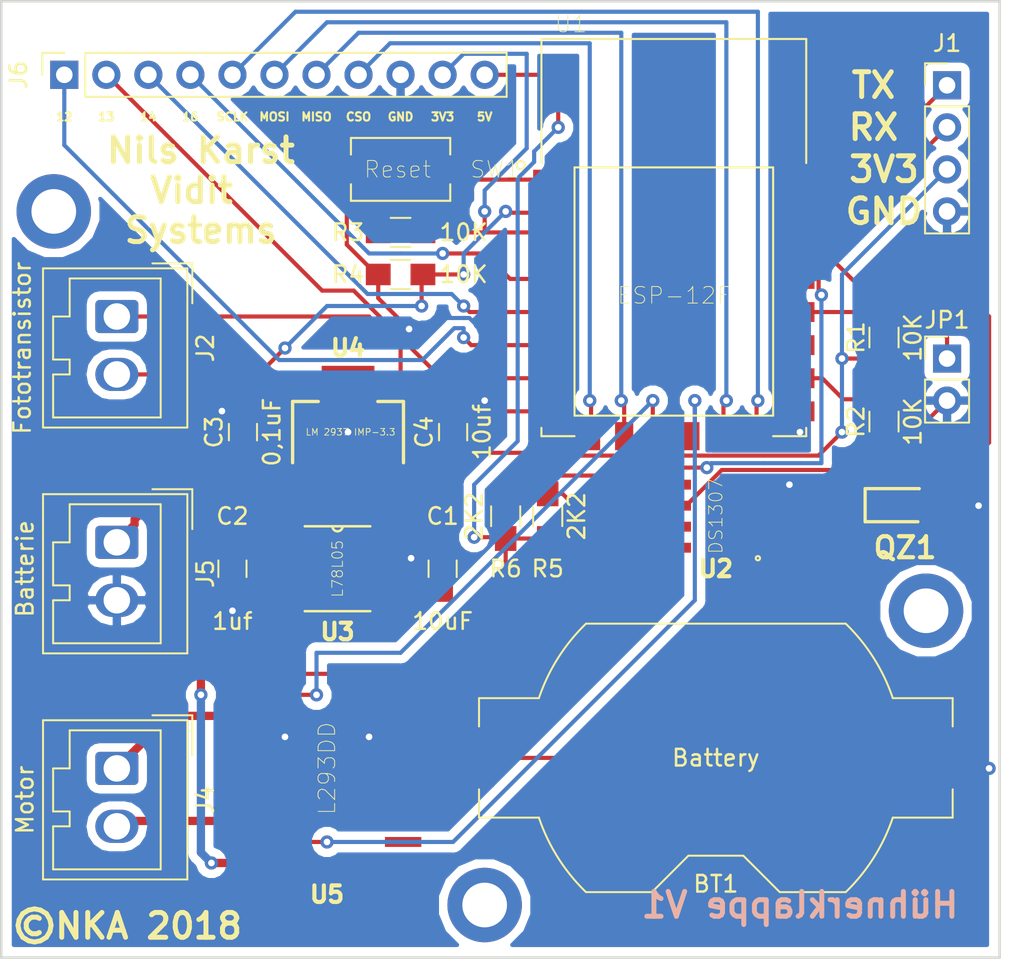
<source format=kicad_pcb>
(kicad_pcb (version 20171130) (host pcbnew "(5.0.1)-4")

  (general
    (thickness 1.6)
    (drawings 22)
    (tracks 303)
    (zones 0)
    (modules 27)
    (nets 37)
  )

  (page A4)
  (layers
    (0 F.Cu signal)
    (31 B.Cu signal)
    (32 B.Adhes user hide)
    (33 F.Adhes user hide)
    (34 B.Paste user hide)
    (35 F.Paste user hide)
    (36 B.SilkS user)
    (37 F.SilkS user)
    (38 B.Mask user hide)
    (39 F.Mask user hide)
    (40 Dwgs.User user hide)
    (41 Cmts.User user)
    (42 Eco1.User user)
    (43 Eco2.User user)
    (44 Edge.Cuts user)
    (45 Margin user)
    (46 B.CrtYd user)
    (47 F.CrtYd user)
    (48 B.Fab user)
    (49 F.Fab user)
  )

  (setup
    (last_trace_width 0.25)
    (trace_clearance 0.2)
    (zone_clearance 0.508)
    (zone_45_only no)
    (trace_min 0.2)
    (segment_width 0.2)
    (edge_width 0.15)
    (via_size 0.8)
    (via_drill 0.4)
    (via_min_size 0.4)
    (via_min_drill 0.3)
    (uvia_size 0.3)
    (uvia_drill 0.1)
    (uvias_allowed no)
    (uvia_min_size 0.2)
    (uvia_min_drill 0.1)
    (pcb_text_width 0.3)
    (pcb_text_size 1.5 1.5)
    (mod_edge_width 0.15)
    (mod_text_size 1 1)
    (mod_text_width 0.15)
    (pad_size 1.524 1.524)
    (pad_drill 0.762)
    (pad_to_mask_clearance 0.051)
    (solder_mask_min_width 0.25)
    (aux_axis_origin 0 0)
    (visible_elements 7FFFFFFF)
    (pcbplotparams
      (layerselection 0x010fc_ffffffff)
      (usegerberextensions false)
      (usegerberattributes false)
      (usegerberadvancedattributes false)
      (creategerberjobfile false)
      (excludeedgelayer true)
      (linewidth 0.100000)
      (plotframeref false)
      (viasonmask false)
      (mode 1)
      (useauxorigin false)
      (hpglpennumber 1)
      (hpglpenspeed 20)
      (hpglpendiameter 15.000000)
      (psnegative false)
      (psa4output false)
      (plotreference true)
      (plotvalue true)
      (plotinvisibletext false)
      (padsonsilk false)
      (subtractmaskfromsilk false)
      (outputformat 1)
      (mirror false)
      (drillshape 1)
      (scaleselection 1)
      (outputdirectory ""))
  )

  (net 0 "")
  (net 1 GND)
  (net 2 "Net-(BT1-Pad1)")
  (net 3 12V)
  (net 4 5V)
  (net 5 3V3)
  (net 6 RX)
  (net 7 TX)
  (net 8 ADC)
  (net 9 "Net-(J4-Pad2)")
  (net 10 "Net-(J4-Pad1)")
  (net 11 "Net-(JP1-Pad1)")
  (net 12 "Net-(QZ1-Pad2)")
  (net 13 "Net-(QZ1-Pad3)")
  (net 14 "Net-(R2-Pad2)")
  (net 15 "Net-(R3-Pad1)")
  (net 16 SCL)
  (net 17 SDA)
  (net 18 "Net-(U1-Pad17)")
  (net 19 GPIO9)
  (net 20 GPIO10)
  (net 21 "Net-(U2-Pad7)")
  (net 22 "Net-(U5-Pad13)")
  (net 23 "Net-(U5-Pad12)")
  (net 24 "Net-(U5-Pad11)")
  (net 25 "Net-(U5-Pad18)")
  (net 26 "Net-(U5-Pad19)")
  (net 27 "Net-(U3-Pad4)")
  (net 28 "Net-(U3-Pad5)")
  (net 29 CSO)
  (net 30 MISO)
  (net 31 MOSI)
  (net 32 SCLK)
  (net 33 GPIO16)
  (net 34 GPIO14)
  (net 35 GPIO13)
  (net 36 GPIO12)

  (net_class Default "Dies ist die voreingestellte Netzklasse."
    (clearance 0.2)
    (trace_width 0.25)
    (via_dia 0.8)
    (via_drill 0.4)
    (uvia_dia 0.3)
    (uvia_drill 0.1)
    (add_net 12V)
    (add_net 3V3)
    (add_net 5V)
    (add_net ADC)
    (add_net CSO)
    (add_net GND)
    (add_net GPIO10)
    (add_net GPIO12)
    (add_net GPIO13)
    (add_net GPIO14)
    (add_net GPIO16)
    (add_net GPIO9)
    (add_net MISO)
    (add_net MOSI)
    (add_net "Net-(BT1-Pad1)")
    (add_net "Net-(J4-Pad1)")
    (add_net "Net-(J4-Pad2)")
    (add_net "Net-(JP1-Pad1)")
    (add_net "Net-(QZ1-Pad2)")
    (add_net "Net-(QZ1-Pad3)")
    (add_net "Net-(R2-Pad2)")
    (add_net "Net-(R3-Pad1)")
    (add_net "Net-(U1-Pad17)")
    (add_net "Net-(U2-Pad7)")
    (add_net "Net-(U3-Pad4)")
    (add_net "Net-(U3-Pad5)")
    (add_net "Net-(U5-Pad11)")
    (add_net "Net-(U5-Pad12)")
    (add_net "Net-(U5-Pad13)")
    (add_net "Net-(U5-Pad18)")
    (add_net "Net-(U5-Pad19)")
    (add_net RX)
    (add_net SCL)
    (add_net SCLK)
    (add_net SDA)
    (add_net TX)
  )

  (module Connector_Wago:Wago_734-132_1x02_P3.50mm_Vertical (layer F.Cu) (tedit 5C06800E) (tstamp 5C06E1BB)
    (at 206.375 80.01 270)
    (descr "Molex 734 Male header (for PCBs); Straight solder pin 1 x 1 mm, 734-132 , 2 Pins (http://www.farnell.com/datasheets/2157639.pdf), generated with kicad-footprint-generator")
    (tags "connector Wago  side entry")
    (path /5C07A396)
    (fp_text reference J2 (at 1.9 -5.35 270) (layer F.SilkS)
      (effects (font (size 1 1) (thickness 0.15)))
    )
    (fp_text value Fototransistor (at 1.905 5.715 270) (layer F.SilkS)
      (effects (font (size 1 1) (thickness 0.15)))
    )
    (fp_text user "" (at 6.35 5.715 270) (layer F.Fab)
      (effects (font (size 1 1) (thickness 0.15)))
    )
    (fp_line (start 7.1 -4.65) (end -3.3 -4.65) (layer F.CrtYd) (width 0.05))
    (fp_line (start 7.1 4.85) (end 7.1 -4.65) (layer F.CrtYd) (width 0.05))
    (fp_line (start -3.3 4.85) (end 7.1 4.85) (layer F.CrtYd) (width 0.05))
    (fp_line (start -3.3 -4.65) (end -3.3 4.85) (layer F.CrtYd) (width 0.05))
    (fp_line (start 0 -3.442893) (end 0.5 -4.15) (layer F.Fab) (width 0.1))
    (fp_line (start -0.5 -4.15) (end 0 -3.442893) (layer F.Fab) (width 0.1))
    (fp_line (start -3.21 -4.56) (end -0.8 -4.56) (layer F.SilkS) (width 0.12))
    (fp_line (start -3.21 -2.15) (end -3.21 -4.56) (layer F.SilkS) (width 0.12))
    (fp_line (start 6.1 -2.65) (end -2.3 -2.65) (layer F.SilkS) (width 0.12))
    (fp_line (start 6.1 3.85) (end 6.1 -2.65) (layer F.SilkS) (width 0.12))
    (fp_line (start 3.5 3.85) (end 6.1 3.85) (layer F.SilkS) (width 0.12))
    (fp_line (start 3.5 2.85) (end 3.5 3.85) (layer F.SilkS) (width 0.12))
    (fp_line (start 2.6 2.85) (end 3.5 2.85) (layer F.SilkS) (width 0.12))
    (fp_line (start 2.6 3.85) (end 2.6 2.85) (layer F.SilkS) (width 0.12))
    (fp_line (start 0 3.85) (end 2.6 3.85) (layer F.SilkS) (width 0.12))
    (fp_line (start 0 2.85) (end 0 3.85) (layer F.SilkS) (width 0.12))
    (fp_line (start -2.3 2.85) (end 0 2.85) (layer F.SilkS) (width 0.12))
    (fp_line (start -2.3 -2.65) (end -2.3 2.85) (layer F.SilkS) (width 0.12))
    (fp_line (start 6.71 -4.26) (end -2.91 -4.26) (layer F.SilkS) (width 0.12))
    (fp_line (start 6.71 4.46) (end 6.71 -4.26) (layer F.SilkS) (width 0.12))
    (fp_line (start -2.91 4.46) (end 6.71 4.46) (layer F.SilkS) (width 0.12))
    (fp_line (start -2.91 -4.26) (end -2.91 4.46) (layer F.SilkS) (width 0.12))
    (fp_line (start 6.6 -4.15) (end -2.8 -4.15) (layer F.Fab) (width 0.1))
    (fp_line (start 6.6 4.35) (end 6.6 -4.15) (layer F.Fab) (width 0.1))
    (fp_line (start -2.8 4.35) (end 6.6 4.35) (layer F.Fab) (width 0.1))
    (fp_line (start -2.8 -4.15) (end -2.8 4.35) (layer F.Fab) (width 0.1))
    (pad 2 thru_hole oval (at 3.5 0 270) (size 2 2.6) (drill 1.6) (layers *.Cu *.Mask)
      (net 8 ADC))
    (pad 1 thru_hole roundrect (at 0 0 270) (size 2 2.6) (drill 1.6) (layers *.Cu *.Mask) (roundrect_rratio 0.125)
      (net 5 3V3))
    (model ${KISYS3DMOD}/Connector_Wago.3dshapes/Wago_734-132_1x02_P3.50mm_Vertical.wrl
      (at (xyz 0 0 0))
      (scale (xyz 1 1 1))
      (rotate (xyz 0 0 0))
    )
  )

  (module Connector_Wago:Wago_734-132_1x02_P3.50mm_Vertical (layer F.Cu) (tedit 5C068029) (tstamp 5C177FDC)
    (at 206.375 107.315 270)
    (descr "Molex 734 Male header (for PCBs); Straight solder pin 1 x 1 mm, 734-132 , 2 Pins (http://www.farnell.com/datasheets/2157639.pdf), generated with kicad-footprint-generator")
    (tags "connector Wago  side entry")
    (path /5C094F73)
    (fp_text reference J4 (at 1.9 -5.35 270) (layer F.SilkS)
      (effects (font (size 1 1) (thickness 0.15)))
    )
    (fp_text value Motor (at 1.905 5.55 270) (layer F.SilkS)
      (effects (font (size 1 1) (thickness 0.15)))
    )
    (fp_text user "" (at 8.255 1.905 270) (layer F.Fab)
      (effects (font (size 1 1) (thickness 0.15)))
    )
    (fp_line (start 7.1 -4.65) (end -3.3 -4.65) (layer F.CrtYd) (width 0.05))
    (fp_line (start 7.1 4.85) (end 7.1 -4.65) (layer F.CrtYd) (width 0.05))
    (fp_line (start -3.3 4.85) (end 7.1 4.85) (layer F.CrtYd) (width 0.05))
    (fp_line (start -3.3 -4.65) (end -3.3 4.85) (layer F.CrtYd) (width 0.05))
    (fp_line (start 0 -3.442893) (end 0.5 -4.15) (layer F.Fab) (width 0.1))
    (fp_line (start -0.5 -4.15) (end 0 -3.442893) (layer F.Fab) (width 0.1))
    (fp_line (start -3.21 -4.56) (end -0.8 -4.56) (layer F.SilkS) (width 0.12))
    (fp_line (start -3.21 -2.15) (end -3.21 -4.56) (layer F.SilkS) (width 0.12))
    (fp_line (start 6.1 -2.65) (end -2.3 -2.65) (layer F.SilkS) (width 0.12))
    (fp_line (start 6.1 3.85) (end 6.1 -2.65) (layer F.SilkS) (width 0.12))
    (fp_line (start 3.5 3.85) (end 6.1 3.85) (layer F.SilkS) (width 0.12))
    (fp_line (start 3.5 2.85) (end 3.5 3.85) (layer F.SilkS) (width 0.12))
    (fp_line (start 2.6 2.85) (end 3.5 2.85) (layer F.SilkS) (width 0.12))
    (fp_line (start 2.6 3.85) (end 2.6 2.85) (layer F.SilkS) (width 0.12))
    (fp_line (start 0 3.85) (end 2.6 3.85) (layer F.SilkS) (width 0.12))
    (fp_line (start 0 2.85) (end 0 3.85) (layer F.SilkS) (width 0.12))
    (fp_line (start -2.3 2.85) (end 0 2.85) (layer F.SilkS) (width 0.12))
    (fp_line (start -2.3 -2.65) (end -2.3 2.85) (layer F.SilkS) (width 0.12))
    (fp_line (start 6.71 -4.26) (end -2.91 -4.26) (layer F.SilkS) (width 0.12))
    (fp_line (start 6.71 4.46) (end 6.71 -4.26) (layer F.SilkS) (width 0.12))
    (fp_line (start -2.91 4.46) (end 6.71 4.46) (layer F.SilkS) (width 0.12))
    (fp_line (start -2.91 -4.26) (end -2.91 4.46) (layer F.SilkS) (width 0.12))
    (fp_line (start 6.6 -4.15) (end -2.8 -4.15) (layer F.Fab) (width 0.1))
    (fp_line (start 6.6 4.35) (end 6.6 -4.15) (layer F.Fab) (width 0.1))
    (fp_line (start -2.8 4.35) (end 6.6 4.35) (layer F.Fab) (width 0.1))
    (fp_line (start -2.8 -4.15) (end -2.8 4.35) (layer F.Fab) (width 0.1))
    (pad 2 thru_hole oval (at 3.5 0 270) (size 2 2.6) (drill 1.6) (layers *.Cu *.Mask)
      (net 9 "Net-(J4-Pad2)"))
    (pad 1 thru_hole roundrect (at 0 0 270) (size 2 2.6) (drill 1.6) (layers *.Cu *.Mask) (roundrect_rratio 0.125)
      (net 10 "Net-(J4-Pad1)"))
    (model ${KISYS3DMOD}/Connector_Wago.3dshapes/Wago_734-132_1x02_P3.50mm_Vertical.wrl
      (at (xyz 0 0 0))
      (scale (xyz 1 1 1))
      (rotate (xyz 0 0 0))
    )
  )

  (module Connector_Wago:Wago_734-132_1x02_P3.50mm_Vertical (layer F.Cu) (tedit 5C06801C) (tstamp 5C175AF8)
    (at 206.375 93.655 270)
    (descr "Molex 734 Male header (for PCBs); Straight solder pin 1 x 1 mm, 734-132 , 2 Pins (http://www.farnell.com/datasheets/2157639.pdf), generated with kicad-footprint-generator")
    (tags "connector Wago  side entry")
    (path /5C0AC542)
    (fp_text reference J5 (at 1.9 -5.35 270) (layer F.SilkS)
      (effects (font (size 1 1) (thickness 0.15)))
    )
    (fp_text value Batterie (at 1.595 5.55 270) (layer F.SilkS)
      (effects (font (size 1 1) (thickness 0.15)))
    )
    (fp_line (start -2.8 -4.15) (end -2.8 4.35) (layer F.Fab) (width 0.1))
    (fp_line (start -2.8 4.35) (end 6.6 4.35) (layer F.Fab) (width 0.1))
    (fp_line (start 6.6 4.35) (end 6.6 -4.15) (layer F.Fab) (width 0.1))
    (fp_line (start 6.6 -4.15) (end -2.8 -4.15) (layer F.Fab) (width 0.1))
    (fp_line (start -2.91 -4.26) (end -2.91 4.46) (layer F.SilkS) (width 0.12))
    (fp_line (start -2.91 4.46) (end 6.71 4.46) (layer F.SilkS) (width 0.12))
    (fp_line (start 6.71 4.46) (end 6.71 -4.26) (layer F.SilkS) (width 0.12))
    (fp_line (start 6.71 -4.26) (end -2.91 -4.26) (layer F.SilkS) (width 0.12))
    (fp_line (start -2.3 -2.65) (end -2.3 2.85) (layer F.SilkS) (width 0.12))
    (fp_line (start -2.3 2.85) (end 0 2.85) (layer F.SilkS) (width 0.12))
    (fp_line (start 0 2.85) (end 0 3.85) (layer F.SilkS) (width 0.12))
    (fp_line (start 0 3.85) (end 2.6 3.85) (layer F.SilkS) (width 0.12))
    (fp_line (start 2.6 3.85) (end 2.6 2.85) (layer F.SilkS) (width 0.12))
    (fp_line (start 2.6 2.85) (end 3.5 2.85) (layer F.SilkS) (width 0.12))
    (fp_line (start 3.5 2.85) (end 3.5 3.85) (layer F.SilkS) (width 0.12))
    (fp_line (start 3.5 3.85) (end 6.1 3.85) (layer F.SilkS) (width 0.12))
    (fp_line (start 6.1 3.85) (end 6.1 -2.65) (layer F.SilkS) (width 0.12))
    (fp_line (start 6.1 -2.65) (end -2.3 -2.65) (layer F.SilkS) (width 0.12))
    (fp_line (start -3.21 -2.15) (end -3.21 -4.56) (layer F.SilkS) (width 0.12))
    (fp_line (start -3.21 -4.56) (end -0.8 -4.56) (layer F.SilkS) (width 0.12))
    (fp_line (start -0.5 -4.15) (end 0 -3.442893) (layer F.Fab) (width 0.1))
    (fp_line (start 0 -3.442893) (end 0.5 -4.15) (layer F.Fab) (width 0.1))
    (fp_line (start -3.3 -4.65) (end -3.3 4.85) (layer F.CrtYd) (width 0.05))
    (fp_line (start -3.3 4.85) (end 7.1 4.85) (layer F.CrtYd) (width 0.05))
    (fp_line (start 7.1 4.85) (end 7.1 -4.65) (layer F.CrtYd) (width 0.05))
    (fp_line (start 7.1 -4.65) (end -3.3 -4.65) (layer F.CrtYd) (width 0.05))
    (fp_text user "" (at 7.945 0.635 270) (layer F.Fab)
      (effects (font (size 1 1) (thickness 0.15)))
    )
    (pad 1 thru_hole roundrect (at 0 0 270) (size 2 2.6) (drill 1.6) (layers *.Cu *.Mask) (roundrect_rratio 0.125)
      (net 3 12V))
    (pad 2 thru_hole oval (at 3.5 0 270) (size 2 2.6) (drill 1.6) (layers *.Cu *.Mask)
      (net 1 GND))
    (model ${KISYS3DMOD}/Connector_Wago.3dshapes/Wago_734-132_1x02_P3.50mm_Vertical.wrl
      (at (xyz 0 0 0))
      (scale (xyz 1 1 1))
      (rotate (xyz 0 0 0))
    )
  )

  (module Battery_Holders:Keystone_1058_1x2032-CoinCell (layer F.Cu) (tedit 5C067EBA) (tstamp 5C178FE0)
    (at 242.57 106.68)
    (descr http://www.keyelco.com/product-pdf.cfm?p=14028)
    (tags "Keystone type 1058 coin cell retainer")
    (path /5BF16217)
    (attr smd)
    (fp_text reference BT1 (at 0 7.62) (layer F.SilkS)
      (effects (font (size 1 1) (thickness 0.15)))
    )
    (fp_text value Battery (at 0 0) (layer F.SilkS)
      (effects (font (size 1 1) (thickness 0.15)))
    )
    (fp_circle (center 0 0) (end 10 0) (layer Dwgs.User) (width 0.15))
    (fp_arc (start 0 0) (end -10.61275 -3.5) (angle 27.4635) (layer F.Fab) (width 0.1))
    (fp_line (start -7.8026 -8) (end 7.8026 -8) (layer F.Fab) (width 0.1))
    (fp_line (start -3.9 8) (end -7.8026 8) (layer F.Fab) (width 0.1))
    (fp_line (start -14.2 -3.5) (end -14.2 -1.9) (layer F.Fab) (width 0.1))
    (fp_line (start -14.2 -3.5) (end -10.61275 -3.5) (layer F.Fab) (width 0.1))
    (fp_line (start -1.7 5.8) (end 1.7 5.8) (layer F.Fab) (width 0.1))
    (fp_line (start -1.7 5.8) (end -3.9 8) (layer F.Fab) (width 0.1))
    (fp_line (start 1.7 5.8) (end 3.9 8) (layer F.Fab) (width 0.1))
    (fp_line (start 3.9 8) (end 7.8026 8) (layer F.Fab) (width 0.1))
    (fp_line (start -14.2 3.5) (end -10.61275 3.5) (layer F.Fab) (width 0.1))
    (fp_line (start -14.2 1.9) (end -14.2 3.5) (layer F.Fab) (width 0.1))
    (fp_line (start 14.2 -3.5) (end 14.2 -1.9) (layer F.Fab) (width 0.1))
    (fp_line (start 10.61275 -3.5) (end 14.2 -3.5) (layer F.Fab) (width 0.1))
    (fp_line (start 14.2 3.5) (end 10.61275 3.5) (layer F.Fab) (width 0.1))
    (fp_line (start 14.2 1.9) (end 14.2 3.5) (layer F.Fab) (width 0.1))
    (fp_arc (start 0 0) (end 10.61275 3.5) (angle 27.4635) (layer F.Fab) (width 0.1))
    (fp_arc (start 0 0) (end 10.61275 -3.5) (angle -27.4635) (layer F.Fab) (width 0.1))
    (fp_arc (start 0 0) (end -10.61275 3.5) (angle -27.4635) (layer F.Fab) (width 0.1))
    (fp_line (start -14.31 -3.61) (end -10.692 -3.61) (layer F.SilkS) (width 0.12))
    (fp_line (start -14.31 -1.9) (end -14.31 -3.61) (layer F.SilkS) (width 0.12))
    (fp_line (start -7.8473 -8.11) (end 7.8473 -8.11) (layer F.SilkS) (width 0.12))
    (fp_line (start 14.31 -1.9) (end 14.31 -3.61) (layer F.SilkS) (width 0.12))
    (fp_line (start 10.692 -3.61) (end 14.31 -3.61) (layer F.SilkS) (width 0.12))
    (fp_line (start 14.31 3.61) (end 10.692 3.61) (layer F.SilkS) (width 0.12))
    (fp_line (start 14.31 1.9) (end 14.31 3.61) (layer F.SilkS) (width 0.12))
    (fp_line (start 7.8473 8.11) (end 3.86 8.11) (layer F.SilkS) (width 0.12))
    (fp_line (start 1.66 5.91) (end 3.86 8.11) (layer F.SilkS) (width 0.12))
    (fp_line (start 1.66 5.91) (end -1.66 5.91) (layer F.SilkS) (width 0.12))
    (fp_line (start -1.66 5.91) (end -3.86 8.11) (layer F.SilkS) (width 0.12))
    (fp_line (start -3.86 8.11) (end -7.8473 8.11) (layer F.SilkS) (width 0.12))
    (fp_line (start -10.692 3.61) (end -14.31 3.61) (layer F.SilkS) (width 0.12))
    (fp_line (start -14.31 1.9) (end -14.31 3.61) (layer F.SilkS) (width 0.12))
    (fp_arc (start 0 0) (end -10.692 -3.61) (angle 27.3) (layer F.SilkS) (width 0.12))
    (fp_arc (start 0 0) (end 10.692 3.61) (angle 27.3) (layer F.SilkS) (width 0.12))
    (fp_arc (start 0 0) (end 10.692 -3.61) (angle -27.3) (layer F.SilkS) (width 0.12))
    (fp_arc (start 0 0) (end -10.692 3.61) (angle -27.3) (layer F.SilkS) (width 0.12))
    (fp_line (start -16.45 4.11) (end -11.06 4.11) (layer F.CrtYd) (width 0.05))
    (fp_line (start -16.45 -4.11) (end -16.45 4.11) (layer F.CrtYd) (width 0.05))
    (fp_line (start -16.45 -4.11) (end -11.06 -4.11) (layer F.CrtYd) (width 0.05))
    (fp_line (start 16.45 -4.11) (end 11.06 -4.11) (layer F.CrtYd) (width 0.05))
    (fp_line (start 16.45 4.11) (end 16.45 -4.11) (layer F.CrtYd) (width 0.05))
    (fp_line (start 11.06 4.11) (end 16.45 4.11) (layer F.CrtYd) (width 0.05))
    (fp_arc (start 0 0) (end -11.06 -4.11) (angle 139.2) (layer F.CrtYd) (width 0.05))
    (fp_arc (start 0 0) (end 11.06 4.11) (angle 139.2) (layer F.CrtYd) (width 0.05))
    (pad 2 smd rect (at 14.68 0) (size 2.54 3.51) (layers F.Cu F.Paste F.Mask)
      (net 1 GND))
    (pad 1 smd rect (at -14.68 0) (size 2.54 3.51) (layers F.Cu F.Paste F.Mask)
      (net 2 "Net-(BT1-Pad1)"))
  )

  (module Capacitors_SMD:C_0805_HandSoldering (layer F.Cu) (tedit 5C0680A4) (tstamp 5C06E160)
    (at 226.06 95.25 270)
    (descr "Capacitor SMD 0805, hand soldering")
    (tags "capacitor 0805")
    (path /5C05A6A6)
    (attr smd)
    (fp_text reference C1 (at -3.175 0) (layer F.SilkS)
      (effects (font (size 1 1) (thickness 0.15)))
    )
    (fp_text value 10uF (at 3.175 0) (layer F.SilkS)
      (effects (font (size 1 1) (thickness 0.15)))
    )
    (fp_text user %R (at 0 -1.75 270) (layer F.Fab)
      (effects (font (size 1 1) (thickness 0.15)))
    )
    (fp_line (start -1 0.62) (end -1 -0.62) (layer F.Fab) (width 0.1))
    (fp_line (start 1 0.62) (end -1 0.62) (layer F.Fab) (width 0.1))
    (fp_line (start 1 -0.62) (end 1 0.62) (layer F.Fab) (width 0.1))
    (fp_line (start -1 -0.62) (end 1 -0.62) (layer F.Fab) (width 0.1))
    (fp_line (start 0.5 -0.85) (end -0.5 -0.85) (layer F.SilkS) (width 0.12))
    (fp_line (start -0.5 0.85) (end 0.5 0.85) (layer F.SilkS) (width 0.12))
    (fp_line (start -2.25 -0.88) (end 2.25 -0.88) (layer F.CrtYd) (width 0.05))
    (fp_line (start -2.25 -0.88) (end -2.25 0.87) (layer F.CrtYd) (width 0.05))
    (fp_line (start 2.25 0.87) (end 2.25 -0.88) (layer F.CrtYd) (width 0.05))
    (fp_line (start 2.25 0.87) (end -2.25 0.87) (layer F.CrtYd) (width 0.05))
    (pad 1 smd rect (at -1.25 0 270) (size 1.5 1.25) (layers F.Cu F.Paste F.Mask)
      (net 3 12V))
    (pad 2 smd rect (at 1.25 0 270) (size 1.5 1.25) (layers F.Cu F.Paste F.Mask)
      (net 1 GND))
    (model Capacitors_SMD.3dshapes/C_0805.wrl
      (at (xyz 0 0 0))
      (scale (xyz 1 1 1))
      (rotate (xyz 0 0 0))
    )
  )

  (module Capacitors_SMD:C_0805_HandSoldering (layer F.Cu) (tedit 5C068098) (tstamp 5C1764B0)
    (at 213.36 95.25 270)
    (descr "Capacitor SMD 0805, hand soldering")
    (tags "capacitor 0805")
    (path /5C05A641)
    (attr smd)
    (fp_text reference C2 (at -3.175 0) (layer F.SilkS)
      (effects (font (size 1 1) (thickness 0.15)))
    )
    (fp_text value 1uf (at 3.175 0) (layer F.SilkS)
      (effects (font (size 1 1) (thickness 0.15)))
    )
    (fp_line (start 2.25 0.87) (end -2.25 0.87) (layer F.CrtYd) (width 0.05))
    (fp_line (start 2.25 0.87) (end 2.25 -0.88) (layer F.CrtYd) (width 0.05))
    (fp_line (start -2.25 -0.88) (end -2.25 0.87) (layer F.CrtYd) (width 0.05))
    (fp_line (start -2.25 -0.88) (end 2.25 -0.88) (layer F.CrtYd) (width 0.05))
    (fp_line (start -0.5 0.85) (end 0.5 0.85) (layer F.SilkS) (width 0.12))
    (fp_line (start 0.5 -0.85) (end -0.5 -0.85) (layer F.SilkS) (width 0.12))
    (fp_line (start -1 -0.62) (end 1 -0.62) (layer F.Fab) (width 0.1))
    (fp_line (start 1 -0.62) (end 1 0.62) (layer F.Fab) (width 0.1))
    (fp_line (start 1 0.62) (end -1 0.62) (layer F.Fab) (width 0.1))
    (fp_line (start -1 0.62) (end -1 -0.62) (layer F.Fab) (width 0.1))
    (fp_text user %R (at 0 -1.75 270) (layer F.Fab)
      (effects (font (size 1 1) (thickness 0.15)))
    )
    (pad 2 smd rect (at 1.25 0 270) (size 1.5 1.25) (layers F.Cu F.Paste F.Mask)
      (net 1 GND))
    (pad 1 smd rect (at -1.25 0 270) (size 1.5 1.25) (layers F.Cu F.Paste F.Mask)
      (net 4 5V))
    (model Capacitors_SMD.3dshapes/C_0805.wrl
      (at (xyz 0 0 0))
      (scale (xyz 1 1 1))
      (rotate (xyz 0 0 0))
    )
  )

  (module Capacitors_SMD:C_0805_HandSoldering (layer F.Cu) (tedit 5C067F8A) (tstamp 5C06E182)
    (at 213.995 86.995 90)
    (descr "Capacitor SMD 0805, hand soldering")
    (tags "capacitor 0805")
    (path /5C05BC8A)
    (attr smd)
    (fp_text reference C3 (at 0 -1.75 90) (layer F.SilkS)
      (effects (font (size 1 1) (thickness 0.15)))
    )
    (fp_text value 0,1uF (at 0 1.75 90) (layer F.SilkS)
      (effects (font (size 1 1) (thickness 0.15)))
    )
    (fp_text user %R (at 0 -1.75 90) (layer F.Fab)
      (effects (font (size 1 1) (thickness 0.15)))
    )
    (fp_line (start -1 0.62) (end -1 -0.62) (layer F.Fab) (width 0.1))
    (fp_line (start 1 0.62) (end -1 0.62) (layer F.Fab) (width 0.1))
    (fp_line (start 1 -0.62) (end 1 0.62) (layer F.Fab) (width 0.1))
    (fp_line (start -1 -0.62) (end 1 -0.62) (layer F.Fab) (width 0.1))
    (fp_line (start 0.5 -0.85) (end -0.5 -0.85) (layer F.SilkS) (width 0.12))
    (fp_line (start -0.5 0.85) (end 0.5 0.85) (layer F.SilkS) (width 0.12))
    (fp_line (start -2.25 -0.88) (end 2.25 -0.88) (layer F.CrtYd) (width 0.05))
    (fp_line (start -2.25 -0.88) (end -2.25 0.87) (layer F.CrtYd) (width 0.05))
    (fp_line (start 2.25 0.87) (end 2.25 -0.88) (layer F.CrtYd) (width 0.05))
    (fp_line (start 2.25 0.87) (end -2.25 0.87) (layer F.CrtYd) (width 0.05))
    (pad 1 smd rect (at -1.25 0 90) (size 1.5 1.25) (layers F.Cu F.Paste F.Mask)
      (net 3 12V))
    (pad 2 smd rect (at 1.25 0 90) (size 1.5 1.25) (layers F.Cu F.Paste F.Mask)
      (net 1 GND))
    (model Capacitors_SMD.3dshapes/C_0805.wrl
      (at (xyz 0 0 0))
      (scale (xyz 1 1 1))
      (rotate (xyz 0 0 0))
    )
  )

  (module Capacitors_SMD:C_0805_HandSoldering (layer F.Cu) (tedit 5C067F8D) (tstamp 5C06E193)
    (at 226.695 86.995 90)
    (descr "Capacitor SMD 0805, hand soldering")
    (tags "capacitor 0805")
    (path /5C05B44C)
    (attr smd)
    (fp_text reference C4 (at 0 -1.75 90) (layer F.SilkS)
      (effects (font (size 1 1) (thickness 0.15)))
    )
    (fp_text value 10uf (at 0 1.75 90) (layer F.SilkS)
      (effects (font (size 1 1) (thickness 0.15)))
    )
    (fp_line (start 2.25 0.87) (end -2.25 0.87) (layer F.CrtYd) (width 0.05))
    (fp_line (start 2.25 0.87) (end 2.25 -0.88) (layer F.CrtYd) (width 0.05))
    (fp_line (start -2.25 -0.88) (end -2.25 0.87) (layer F.CrtYd) (width 0.05))
    (fp_line (start -2.25 -0.88) (end 2.25 -0.88) (layer F.CrtYd) (width 0.05))
    (fp_line (start -0.5 0.85) (end 0.5 0.85) (layer F.SilkS) (width 0.12))
    (fp_line (start 0.5 -0.85) (end -0.5 -0.85) (layer F.SilkS) (width 0.12))
    (fp_line (start -1 -0.62) (end 1 -0.62) (layer F.Fab) (width 0.1))
    (fp_line (start 1 -0.62) (end 1 0.62) (layer F.Fab) (width 0.1))
    (fp_line (start 1 0.62) (end -1 0.62) (layer F.Fab) (width 0.1))
    (fp_line (start -1 0.62) (end -1 -0.62) (layer F.Fab) (width 0.1))
    (fp_text user %R (at 0 -1.75 90) (layer F.Fab)
      (effects (font (size 1 1) (thickness 0.15)))
    )
    (pad 2 smd rect (at 1.25 0 90) (size 1.5 1.25) (layers F.Cu F.Paste F.Mask)
      (net 1 GND))
    (pad 1 smd rect (at -1.25 0 90) (size 1.5 1.25) (layers F.Cu F.Paste F.Mask)
      (net 5 3V3))
    (model Capacitors_SMD.3dshapes/C_0805.wrl
      (at (xyz 0 0 0))
      (scale (xyz 1 1 1))
      (rotate (xyz 0 0 0))
    )
  )

  (module Pin_Headers:Pin_Header_Straight_1x04_Pitch2.54mm (layer F.Cu) (tedit 59650532) (tstamp 5C06EE5D)
    (at 256.54 66.04)
    (descr "Through hole straight pin header, 1x04, 2.54mm pitch, single row")
    (tags "Through hole pin header THT 1x04 2.54mm single row")
    (path /5C05311F)
    (fp_text reference J1 (at 0 -2.54) (layer F.SilkS)
      (effects (font (size 1 1) (thickness 0.15)))
    )
    (fp_text value Conn_01x04 (at 0 9.95) (layer F.Fab)
      (effects (font (size 1 1) (thickness 0.15)))
    )
    (fp_text user %R (at 0 3.81 90) (layer F.Fab)
      (effects (font (size 1 1) (thickness 0.15)))
    )
    (fp_line (start 1.8 -1.8) (end -1.8 -1.8) (layer F.CrtYd) (width 0.05))
    (fp_line (start 1.8 9.4) (end 1.8 -1.8) (layer F.CrtYd) (width 0.05))
    (fp_line (start -1.8 9.4) (end 1.8 9.4) (layer F.CrtYd) (width 0.05))
    (fp_line (start -1.8 -1.8) (end -1.8 9.4) (layer F.CrtYd) (width 0.05))
    (fp_line (start -1.33 -1.33) (end 0 -1.33) (layer F.SilkS) (width 0.12))
    (fp_line (start -1.33 0) (end -1.33 -1.33) (layer F.SilkS) (width 0.12))
    (fp_line (start -1.33 1.27) (end 1.33 1.27) (layer F.SilkS) (width 0.12))
    (fp_line (start 1.33 1.27) (end 1.33 8.95) (layer F.SilkS) (width 0.12))
    (fp_line (start -1.33 1.27) (end -1.33 8.95) (layer F.SilkS) (width 0.12))
    (fp_line (start -1.33 8.95) (end 1.33 8.95) (layer F.SilkS) (width 0.12))
    (fp_line (start -1.27 -0.635) (end -0.635 -1.27) (layer F.Fab) (width 0.1))
    (fp_line (start -1.27 8.89) (end -1.27 -0.635) (layer F.Fab) (width 0.1))
    (fp_line (start 1.27 8.89) (end -1.27 8.89) (layer F.Fab) (width 0.1))
    (fp_line (start 1.27 -1.27) (end 1.27 8.89) (layer F.Fab) (width 0.1))
    (fp_line (start -0.635 -1.27) (end 1.27 -1.27) (layer F.Fab) (width 0.1))
    (pad 4 thru_hole oval (at 0 7.62) (size 1.7 1.7) (drill 1) (layers *.Cu *.Mask)
      (net 1 GND))
    (pad 3 thru_hole oval (at 0 5.08) (size 1.7 1.7) (drill 1) (layers *.Cu *.Mask)
      (net 5 3V3))
    (pad 2 thru_hole oval (at 0 2.54) (size 1.7 1.7) (drill 1) (layers *.Cu *.Mask)
      (net 6 RX))
    (pad 1 thru_hole rect (at 0 0) (size 1.7 1.7) (drill 1) (layers *.Cu *.Mask)
      (net 7 TX))
    (model ${KISYS3DMOD}/Pin_Headers.3dshapes/Pin_Header_Straight_1x04_Pitch2.54mm.wrl
      (at (xyz 0 0 0))
      (scale (xyz 1 1 1))
      (rotate (xyz 0 0 0))
    )
  )

  (module Pin_Headers:Pin_Header_Straight_1x02_Pitch2.54mm (layer F.Cu) (tedit 59650532) (tstamp 5C176C06)
    (at 256.54 82.55)
    (descr "Through hole straight pin header, 1x02, 2.54mm pitch, single row")
    (tags "Through hole pin header THT 1x02 2.54mm single row")
    (path /5C05D1DE)
    (fp_text reference JP1 (at 0 -2.33) (layer F.SilkS)
      (effects (font (size 1 1) (thickness 0.15)))
    )
    (fp_text value Prog (at 0 4.87) (layer F.Fab)
      (effects (font (size 1 1) (thickness 0.15)))
    )
    (fp_text user %R (at 0 1.27 90) (layer F.Fab)
      (effects (font (size 1 1) (thickness 0.15)))
    )
    (fp_line (start 1.8 -1.8) (end -1.8 -1.8) (layer F.CrtYd) (width 0.05))
    (fp_line (start 1.8 4.35) (end 1.8 -1.8) (layer F.CrtYd) (width 0.05))
    (fp_line (start -1.8 4.35) (end 1.8 4.35) (layer F.CrtYd) (width 0.05))
    (fp_line (start -1.8 -1.8) (end -1.8 4.35) (layer F.CrtYd) (width 0.05))
    (fp_line (start -1.33 -1.33) (end 0 -1.33) (layer F.SilkS) (width 0.12))
    (fp_line (start -1.33 0) (end -1.33 -1.33) (layer F.SilkS) (width 0.12))
    (fp_line (start -1.33 1.27) (end 1.33 1.27) (layer F.SilkS) (width 0.12))
    (fp_line (start 1.33 1.27) (end 1.33 3.87) (layer F.SilkS) (width 0.12))
    (fp_line (start -1.33 1.27) (end -1.33 3.87) (layer F.SilkS) (width 0.12))
    (fp_line (start -1.33 3.87) (end 1.33 3.87) (layer F.SilkS) (width 0.12))
    (fp_line (start -1.27 -0.635) (end -0.635 -1.27) (layer F.Fab) (width 0.1))
    (fp_line (start -1.27 3.81) (end -1.27 -0.635) (layer F.Fab) (width 0.1))
    (fp_line (start 1.27 3.81) (end -1.27 3.81) (layer F.Fab) (width 0.1))
    (fp_line (start 1.27 -1.27) (end 1.27 3.81) (layer F.Fab) (width 0.1))
    (fp_line (start -0.635 -1.27) (end 1.27 -1.27) (layer F.Fab) (width 0.1))
    (pad 2 thru_hole oval (at 0 2.54) (size 1.7 1.7) (drill 1) (layers *.Cu *.Mask)
      (net 1 GND))
    (pad 1 thru_hole rect (at 0 0) (size 1.7 1.7) (drill 1) (layers *.Cu *.Mask)
      (net 11 "Net-(JP1-Pad1)"))
    (model ${KISYS3DMOD}/Pin_Headers.3dshapes/Pin_Header_Straight_1x02_Pitch2.54mm.wrl
      (at (xyz 0 0 0))
      (scale (xyz 1 1 1))
      (rotate (xyz 0 0 0))
    )
  )

  (module MS1V-T1K_32.768kHz_7pF_+-20ppm:MS1V-T1K32 (layer F.Cu) (tedit 5C067D1C) (tstamp 5C179256)
    (at 250.19 92.71 180)
    (descr MS1V-T1K32)
    (tags "Crystal or Oscillator")
    (path /5BF15E49)
    (attr smd)
    (fp_text reference QZ1 (at -3.81 -1.27 180) (layer F.SilkS)
      (effects (font (size 1.27 1.27) (thickness 0.254)))
    )
    (fp_text value "" (at -4.21233 1.30967 180) (layer F.SilkS) hide
      (effects (font (size 1.27 1.27) (thickness 0.254)))
    )
    (fp_line (start -7.5 0.3) (end -1.4 0.3) (layer Dwgs.User) (width 0.2))
    (fp_line (start -1.4 0.3) (end -1.4 2.3) (layer Dwgs.User) (width 0.2))
    (fp_line (start -1.4 2.3) (end -7.5 2.3) (layer Dwgs.User) (width 0.2))
    (fp_line (start -7.5 2.3) (end -7.5 0.3) (layer Dwgs.User) (width 0.2))
    (fp_line (start -1.4 0.3) (end -1.4 2.3) (layer F.SilkS) (width 0.2))
    (fp_line (start -1.4 2.3) (end -4.66333 2.3) (layer F.SilkS) (width 0.2))
    (fp_line (start -4.66333 2.3) (end -4.66333 2.29933) (layer F.SilkS) (width 0.2))
    (fp_line (start -1.4 0.3) (end -4.58833 0.3) (layer F.SilkS) (width 0.2))
    (pad 1 smd rect (at -6.25 1.3 180) (size 2.5 3) (layers F.Cu F.Paste F.Mask)
      (net 1 GND))
    (pad 2 smd rect (at 0 0 270) (size 1 1.6) (layers F.Cu F.Paste F.Mask)
      (net 12 "Net-(QZ1-Pad2)"))
    (pad 3 smd rect (at 0 2.6 270) (size 1 1.6) (layers F.Cu F.Paste F.Mask)
      (net 13 "Net-(QZ1-Pad3)"))
  )

  (module Resistors_SMD:R_0805_HandSoldering (layer F.Cu) (tedit 5C067D01) (tstamp 5C176BD1)
    (at 252.73 81.28 90)
    (descr "Resistor SMD 0805, hand soldering")
    (tags "resistor 0805")
    (path /5C054B14)
    (attr smd)
    (fp_text reference R1 (at 0 -1.7 90) (layer F.SilkS)
      (effects (font (size 1 1) (thickness 0.15)))
    )
    (fp_text value 10K (at 0 1.75 90) (layer F.SilkS)
      (effects (font (size 1 1) (thickness 0.15)))
    )
    (fp_line (start 2.35 0.9) (end -2.35 0.9) (layer F.CrtYd) (width 0.05))
    (fp_line (start 2.35 0.9) (end 2.35 -0.9) (layer F.CrtYd) (width 0.05))
    (fp_line (start -2.35 -0.9) (end -2.35 0.9) (layer F.CrtYd) (width 0.05))
    (fp_line (start -2.35 -0.9) (end 2.35 -0.9) (layer F.CrtYd) (width 0.05))
    (fp_line (start -0.6 -0.88) (end 0.6 -0.88) (layer F.SilkS) (width 0.12))
    (fp_line (start 0.6 0.88) (end -0.6 0.88) (layer F.SilkS) (width 0.12))
    (fp_line (start -1 -0.62) (end 1 -0.62) (layer F.Fab) (width 0.1))
    (fp_line (start 1 -0.62) (end 1 0.62) (layer F.Fab) (width 0.1))
    (fp_line (start 1 0.62) (end -1 0.62) (layer F.Fab) (width 0.1))
    (fp_line (start -1 0.62) (end -1 -0.62) (layer F.Fab) (width 0.1))
    (fp_text user %R (at 0 0 90) (layer F.Fab)
      (effects (font (size 0.5 0.5) (thickness 0.075)))
    )
    (pad 2 smd rect (at 1.35 0 90) (size 1.5 1.3) (layers F.Cu F.Paste F.Mask)
      (net 11 "Net-(JP1-Pad1)"))
    (pad 1 smd rect (at -1.35 0 90) (size 1.5 1.3) (layers F.Cu F.Paste F.Mask)
      (net 5 3V3))
    (model ${KISYS3DMOD}/Resistors_SMD.3dshapes/R_0805.wrl
      (at (xyz 0 0 0))
      (scale (xyz 1 1 1))
      (rotate (xyz 0 0 0))
    )
  )

  (module Resistors_SMD:R_0805_HandSoldering (layer F.Cu) (tedit 5C067CFA) (tstamp 5C06E212)
    (at 252.73 86.36 90)
    (descr "Resistor SMD 0805, hand soldering")
    (tags "resistor 0805")
    (path /5C05698A)
    (attr smd)
    (fp_text reference R2 (at 0 -1.7 90) (layer F.SilkS)
      (effects (font (size 1 1) (thickness 0.15)))
    )
    (fp_text value 10K (at 0 1.75 90) (layer F.SilkS)
      (effects (font (size 1 1) (thickness 0.15)))
    )
    (fp_text user %R (at 0 0 90) (layer F.Fab)
      (effects (font (size 0.5 0.5) (thickness 0.075)))
    )
    (fp_line (start -1 0.62) (end -1 -0.62) (layer F.Fab) (width 0.1))
    (fp_line (start 1 0.62) (end -1 0.62) (layer F.Fab) (width 0.1))
    (fp_line (start 1 -0.62) (end 1 0.62) (layer F.Fab) (width 0.1))
    (fp_line (start -1 -0.62) (end 1 -0.62) (layer F.Fab) (width 0.1))
    (fp_line (start 0.6 0.88) (end -0.6 0.88) (layer F.SilkS) (width 0.12))
    (fp_line (start -0.6 -0.88) (end 0.6 -0.88) (layer F.SilkS) (width 0.12))
    (fp_line (start -2.35 -0.9) (end 2.35 -0.9) (layer F.CrtYd) (width 0.05))
    (fp_line (start -2.35 -0.9) (end -2.35 0.9) (layer F.CrtYd) (width 0.05))
    (fp_line (start 2.35 0.9) (end 2.35 -0.9) (layer F.CrtYd) (width 0.05))
    (fp_line (start 2.35 0.9) (end -2.35 0.9) (layer F.CrtYd) (width 0.05))
    (pad 1 smd rect (at -1.35 0 90) (size 1.5 1.3) (layers F.Cu F.Paste F.Mask)
      (net 1 GND))
    (pad 2 smd rect (at 1.35 0 90) (size 1.5 1.3) (layers F.Cu F.Paste F.Mask)
      (net 14 "Net-(R2-Pad2)"))
    (model ${KISYS3DMOD}/Resistors_SMD.3dshapes/R_0805.wrl
      (at (xyz 0 0 0))
      (scale (xyz 1 1 1))
      (rotate (xyz 0 0 0))
    )
  )

  (module Resistors_SMD:R_0805_HandSoldering (layer F.Cu) (tedit 5C067FC0) (tstamp 5C06E223)
    (at 223.52 74.93)
    (descr "Resistor SMD 0805, hand soldering")
    (tags "resistor 0805")
    (path /5C05774D)
    (attr smd)
    (fp_text reference R3 (at -3.175 0) (layer F.SilkS)
      (effects (font (size 1 1) (thickness 0.15)))
    )
    (fp_text value 10K (at 3.81 2.54) (layer F.SilkS)
      (effects (font (size 1 1) (thickness 0.15)))
    )
    (fp_line (start 2.35 0.9) (end -2.35 0.9) (layer F.CrtYd) (width 0.05))
    (fp_line (start 2.35 0.9) (end 2.35 -0.9) (layer F.CrtYd) (width 0.05))
    (fp_line (start -2.35 -0.9) (end -2.35 0.9) (layer F.CrtYd) (width 0.05))
    (fp_line (start -2.35 -0.9) (end 2.35 -0.9) (layer F.CrtYd) (width 0.05))
    (fp_line (start -0.6 -0.88) (end 0.6 -0.88) (layer F.SilkS) (width 0.12))
    (fp_line (start 0.6 0.88) (end -0.6 0.88) (layer F.SilkS) (width 0.12))
    (fp_line (start -1 -0.62) (end 1 -0.62) (layer F.Fab) (width 0.1))
    (fp_line (start 1 -0.62) (end 1 0.62) (layer F.Fab) (width 0.1))
    (fp_line (start 1 0.62) (end -1 0.62) (layer F.Fab) (width 0.1))
    (fp_line (start -1 0.62) (end -1 -0.62) (layer F.Fab) (width 0.1))
    (fp_text user %R (at 0 0) (layer F.Fab)
      (effects (font (size 0.5 0.5) (thickness 0.075)))
    )
    (pad 2 smd rect (at 1.35 0) (size 1.5 1.3) (layers F.Cu F.Paste F.Mask)
      (net 5 3V3))
    (pad 1 smd rect (at -1.35 0) (size 1.5 1.3) (layers F.Cu F.Paste F.Mask)
      (net 15 "Net-(R3-Pad1)"))
    (model ${KISYS3DMOD}/Resistors_SMD.3dshapes/R_0805.wrl
      (at (xyz 0 0 0))
      (scale (xyz 1 1 1))
      (rotate (xyz 0 0 0))
    )
  )

  (module Resistors_SMD:R_0805_HandSoldering (layer F.Cu) (tedit 5C067FC9) (tstamp 5C06E234)
    (at 223.52 77.47 180)
    (descr "Resistor SMD 0805, hand soldering")
    (tags "resistor 0805")
    (path /5C06240E)
    (attr smd)
    (fp_text reference R4 (at 3.175 0 180) (layer F.SilkS)
      (effects (font (size 1 1) (thickness 0.15)))
    )
    (fp_text value 10K (at -3.81 2.54 180) (layer F.SilkS)
      (effects (font (size 1 1) (thickness 0.15)))
    )
    (fp_text user %R (at 0 0 180) (layer F.Fab)
      (effects (font (size 0.5 0.5) (thickness 0.075)))
    )
    (fp_line (start -1 0.62) (end -1 -0.62) (layer F.Fab) (width 0.1))
    (fp_line (start 1 0.62) (end -1 0.62) (layer F.Fab) (width 0.1))
    (fp_line (start 1 -0.62) (end 1 0.62) (layer F.Fab) (width 0.1))
    (fp_line (start -1 -0.62) (end 1 -0.62) (layer F.Fab) (width 0.1))
    (fp_line (start 0.6 0.88) (end -0.6 0.88) (layer F.SilkS) (width 0.12))
    (fp_line (start -0.6 -0.88) (end 0.6 -0.88) (layer F.SilkS) (width 0.12))
    (fp_line (start -2.35 -0.9) (end 2.35 -0.9) (layer F.CrtYd) (width 0.05))
    (fp_line (start -2.35 -0.9) (end -2.35 0.9) (layer F.CrtYd) (width 0.05))
    (fp_line (start 2.35 0.9) (end 2.35 -0.9) (layer F.CrtYd) (width 0.05))
    (fp_line (start 2.35 0.9) (end -2.35 0.9) (layer F.CrtYd) (width 0.05))
    (pad 1 smd rect (at -1.35 0 180) (size 1.5 1.3) (layers F.Cu F.Paste F.Mask)
      (net 8 ADC))
    (pad 2 smd rect (at 1.35 0 180) (size 1.5 1.3) (layers F.Cu F.Paste F.Mask)
      (net 1 GND))
    (model ${KISYS3DMOD}/Resistors_SMD.3dshapes/R_0805.wrl
      (at (xyz 0 0 0))
      (scale (xyz 1 1 1))
      (rotate (xyz 0 0 0))
    )
  )

  (module Resistors_SMD:R_0805_HandSoldering (layer F.Cu) (tedit 5C067D49) (tstamp 5C1792B2)
    (at 232.41 92.075 90)
    (descr "Resistor SMD 0805, hand soldering")
    (tags "resistor 0805")
    (path /5C085831)
    (attr smd)
    (fp_text reference R5 (at -3.175 0 180) (layer F.SilkS)
      (effects (font (size 1 1) (thickness 0.15)))
    )
    (fp_text value 2K2 (at 0 1.75 90) (layer F.SilkS)
      (effects (font (size 1 1) (thickness 0.15)))
    )
    (fp_line (start 2.35 0.9) (end -2.35 0.9) (layer F.CrtYd) (width 0.05))
    (fp_line (start 2.35 0.9) (end 2.35 -0.9) (layer F.CrtYd) (width 0.05))
    (fp_line (start -2.35 -0.9) (end -2.35 0.9) (layer F.CrtYd) (width 0.05))
    (fp_line (start -2.35 -0.9) (end 2.35 -0.9) (layer F.CrtYd) (width 0.05))
    (fp_line (start -0.6 -0.88) (end 0.6 -0.88) (layer F.SilkS) (width 0.12))
    (fp_line (start 0.6 0.88) (end -0.6 0.88) (layer F.SilkS) (width 0.12))
    (fp_line (start -1 -0.62) (end 1 -0.62) (layer F.Fab) (width 0.1))
    (fp_line (start 1 -0.62) (end 1 0.62) (layer F.Fab) (width 0.1))
    (fp_line (start 1 0.62) (end -1 0.62) (layer F.Fab) (width 0.1))
    (fp_line (start -1 0.62) (end -1 -0.62) (layer F.Fab) (width 0.1))
    (fp_text user %R (at 0 0 90) (layer F.Fab)
      (effects (font (size 0.5 0.5) (thickness 0.075)))
    )
    (pad 2 smd rect (at 1.35 0 90) (size 1.5 1.3) (layers F.Cu F.Paste F.Mask)
      (net 16 SCL))
    (pad 1 smd rect (at -1.35 0 90) (size 1.5 1.3) (layers F.Cu F.Paste F.Mask)
      (net 4 5V))
    (model ${KISYS3DMOD}/Resistors_SMD.3dshapes/R_0805.wrl
      (at (xyz 0 0 0))
      (scale (xyz 1 1 1))
      (rotate (xyz 0 0 0))
    )
  )

  (module Resistors_SMD:R_0805_HandSoldering (layer F.Cu) (tedit 5C067D50) (tstamp 5C179282)
    (at 229.87 92.075 90)
    (descr "Resistor SMD 0805, hand soldering")
    (tags "resistor 0805")
    (path /5C0857A1)
    (attr smd)
    (fp_text reference R6 (at -3.175 0 180) (layer F.SilkS)
      (effects (font (size 1 1) (thickness 0.15)))
    )
    (fp_text value 2K2 (at 0 -1.905 90) (layer F.SilkS)
      (effects (font (size 1 1) (thickness 0.15)))
    )
    (fp_text user %R (at 0 0 90) (layer F.Fab)
      (effects (font (size 0.5 0.5) (thickness 0.075)))
    )
    (fp_line (start -1 0.62) (end -1 -0.62) (layer F.Fab) (width 0.1))
    (fp_line (start 1 0.62) (end -1 0.62) (layer F.Fab) (width 0.1))
    (fp_line (start 1 -0.62) (end 1 0.62) (layer F.Fab) (width 0.1))
    (fp_line (start -1 -0.62) (end 1 -0.62) (layer F.Fab) (width 0.1))
    (fp_line (start 0.6 0.88) (end -0.6 0.88) (layer F.SilkS) (width 0.12))
    (fp_line (start -0.6 -0.88) (end 0.6 -0.88) (layer F.SilkS) (width 0.12))
    (fp_line (start -2.35 -0.9) (end 2.35 -0.9) (layer F.CrtYd) (width 0.05))
    (fp_line (start -2.35 -0.9) (end -2.35 0.9) (layer F.CrtYd) (width 0.05))
    (fp_line (start 2.35 0.9) (end 2.35 -0.9) (layer F.CrtYd) (width 0.05))
    (fp_line (start 2.35 0.9) (end -2.35 0.9) (layer F.CrtYd) (width 0.05))
    (pad 1 smd rect (at -1.35 0 90) (size 1.5 1.3) (layers F.Cu F.Paste F.Mask)
      (net 4 5V))
    (pad 2 smd rect (at 1.35 0 90) (size 1.5 1.3) (layers F.Cu F.Paste F.Mask)
      (net 17 SDA))
    (model ${KISYS3DMOD}/Resistors_SMD.3dshapes/R_0805.wrl
      (at (xyz 0 0 0))
      (scale (xyz 1 1 1))
      (rotate (xyz 0 0 0))
    )
  )

  (module Push_Button:434111025826 (layer F.Cu) (tedit 0) (tstamp 5C1768D3)
    (at 223.52 71.12)
    (descr "WS-TRS-6x3.8 mm SMD Tact Switch, 2 pins")
    (path /5C056CBA)
    (attr smd)
    (fp_text reference SW1 (at 5.715 0) (layer F.SilkS)
      (effects (font (size 1.00091 1.00091) (thickness 0.05)))
    )
    (fp_text value Reset (at -0.178625 0) (layer F.SilkS)
      (effects (font (size 1.0001 1.0001) (thickness 0.05)))
    )
    (fp_line (start -3 1.9) (end 3 1.9) (layer F.SilkS) (width 0.127))
    (fp_line (start 3 1.9) (end 3 -1.9) (layer Dwgs.User) (width 0.127))
    (fp_line (start 3 -1.9) (end -3 -1.9) (layer F.SilkS) (width 0.127))
    (fp_line (start -3 -1.9) (end -3 1.9) (layer Dwgs.User) (width 0.127))
    (fp_text user 1 (at -1.60091 0.500284) (layer Edge.Cuts)
      (effects (font (size 1 1) (thickness 0.05)))
    )
    (fp_line (start -3 -0.9) (end -3 -1.9) (layer F.SilkS) (width 0.127))
    (fp_line (start 3 -0.9) (end 3 -1.9) (layer F.SilkS) (width 0.127))
    (fp_line (start -3 1.9) (end -3 0.9) (layer F.SilkS) (width 0.127))
    (fp_line (start 3 1.9) (end 3 0.9) (layer F.SilkS) (width 0.127))
    (fp_poly (pts (xy -4.2 -2.15) (xy 4.2 -2.15) (xy 4.2 2.15) (xy -4.2 2.15)) (layer Eco1.User) (width 0.127))
    (pad 1 smd rect (at -3.25 0) (size 1.5 1.4) (layers F.Cu F.Paste F.Mask)
      (net 1 GND))
    (pad 2 smd rect (at 3.25 0) (size 1.5 1.4) (layers F.Cu F.Paste F.Mask)
      (net 15 "Net-(R3-Pad1)"))
  )

  (module ESP8266-12E_ESP-12E:XCVR_ESP8266-12E%2fESP-12E (layer F.Cu) (tedit 0) (tstamp 5C06E296)
    (at 240.03 78.74)
    (path /5BF14E98)
    (attr smd)
    (fp_text reference U1 (at -6.21478 -16.3976) (layer F.SilkS)
      (effects (font (size 1.00077 1.00077) (thickness 0.05)))
    )
    (fp_text value ESP-12F (at 0 0) (layer F.SilkS)
      (effects (font (size 1.00093 1.00093) (thickness 0.05)))
    )
    (fp_line (start -6 -7.74) (end 6 -7.74) (layer F.SilkS) (width 0.127))
    (fp_line (start 6 -7.74) (end 6 7.26) (layer F.SilkS) (width 0.127))
    (fp_line (start 6 7.26) (end -6 7.26) (layer F.SilkS) (width 0.127))
    (fp_line (start -6 7.26) (end -6 -7.74) (layer F.SilkS) (width 0.127))
    (fp_line (start -8 -15.5) (end 8 -15.5) (layer Dwgs.User) (width 0.127))
    (fp_line (start 8 -15.5) (end 8 8.5) (layer Dwgs.User) (width 0.127))
    (fp_line (start 8 8.5) (end -8 8.5) (layer Dwgs.User) (width 0.127))
    (fp_line (start -8 8.5) (end -8 -15.5) (layer Dwgs.User) (width 0.127))
    (fp_poly (pts (xy -8.00901 -15.5) (xy 8 -15.5) (xy 8 -8.50958) (xy -8.00901 -8.50958)) (layer Dwgs.User) (width 0))
    (fp_poly (pts (xy -8.00901 -15.5) (xy 8 -15.5) (xy 8 -8.50958) (xy -8.00901 -8.50958)) (layer Dwgs.User) (width 0))
    (fp_line (start -8 -8) (end -8 -15.5) (layer F.SilkS) (width 0.127))
    (fp_line (start -8 -15.5) (end 8 -15.5) (layer F.SilkS) (width 0.127))
    (fp_line (start 8 -15.5) (end 8 -8) (layer F.SilkS) (width 0.127))
    (fp_line (start -8 8) (end -8 8.5) (layer F.SilkS) (width 0.127))
    (fp_line (start -8 8.5) (end -6 8.5) (layer F.SilkS) (width 0.127))
    (fp_line (start 8 8) (end 8 8.5) (layer F.SilkS) (width 0.127))
    (fp_line (start 8 8.5) (end 6 8.5) (layer F.SilkS) (width 0.127))
    (fp_circle (center -9.25 -7.875) (end -9 -7.875) (layer F.SilkS) (width 0.127))
    (fp_line (start -8.75 9.625) (end 8.75 9.625) (layer Eco1.User) (width 0.05))
    (fp_line (start 8.75 9.625) (end 8.75 -15.75) (layer Eco1.User) (width 0.05))
    (fp_line (start 8.75 -15.75) (end -8.75 -15.75) (layer Eco1.User) (width 0.05))
    (fp_line (start -8.75 -15.75) (end -8.75 9.625) (layer Eco1.User) (width 0.05))
    (pad 1 smd rect (at -7.5 -7) (size 2 1.2) (layers F.Cu F.Paste F.Mask)
      (net 15 "Net-(R3-Pad1)"))
    (pad 2 smd rect (at -7.5 -5) (size 2 1.2) (layers F.Cu F.Paste F.Mask)
      (net 8 ADC))
    (pad 3 smd rect (at -7.5 -3) (size 2 1.2) (layers F.Cu F.Paste F.Mask)
      (net 5 3V3))
    (pad 4 smd rect (at -7.5 -1) (size 2 1.2) (layers F.Cu F.Paste F.Mask)
      (net 33 GPIO16))
    (pad 5 smd rect (at -7.5 1) (size 2 1.2) (layers F.Cu F.Paste F.Mask)
      (net 34 GPIO14))
    (pad 6 smd rect (at -7.5 3) (size 2 1.2) (layers F.Cu F.Paste F.Mask)
      (net 36 GPIO12))
    (pad 7 smd rect (at -7.5 5) (size 2 1.2) (layers F.Cu F.Paste F.Mask)
      (net 35 GPIO13))
    (pad 8 smd rect (at -7.5 7) (size 2 1.2) (layers F.Cu F.Paste F.Mask)
      (net 5 3V3))
    (pad 15 smd rect (at 7.5 7) (size 2 1.2) (layers F.Cu F.Paste F.Mask)
      (net 1 GND))
    (pad 16 smd rect (at 7.5 5) (size 2 1.2) (layers F.Cu F.Paste F.Mask)
      (net 14 "Net-(R2-Pad2)"))
    (pad 17 smd rect (at 7.5 3) (size 2 1.2) (layers F.Cu F.Paste F.Mask)
      (net 18 "Net-(U1-Pad17)"))
    (pad 18 smd rect (at 7.5 1) (size 2 1.2) (layers F.Cu F.Paste F.Mask)
      (net 11 "Net-(JP1-Pad1)"))
    (pad 19 smd rect (at 7.5 -1) (size 2 1.2) (layers F.Cu F.Paste F.Mask)
      (net 17 SDA))
    (pad 20 smd rect (at 7.5 -3) (size 2 1.2) (layers F.Cu F.Paste F.Mask)
      (net 16 SCL))
    (pad 21 smd rect (at 7.5 -5) (size 2 1.2) (layers F.Cu F.Paste F.Mask)
      (net 6 RX))
    (pad 22 smd rect (at 7.5 -7) (size 2 1.2) (layers F.Cu F.Paste F.Mask)
      (net 7 TX))
    (pad 9 smd rect (at -5 8.5) (size 1.1 1.7) (layers F.Cu F.Paste F.Mask)
      (net 29 CSO))
    (pad 10 smd rect (at -3 8.5) (size 1.1 1.7) (layers F.Cu F.Paste F.Mask)
      (net 30 MISO))
    (pad 11 smd rect (at -1 8.5) (size 1.1 1.7) (layers F.Cu F.Paste F.Mask)
      (net 19 GPIO9))
    (pad 12 smd rect (at 1 8.5) (size 1.1 1.7) (layers F.Cu F.Paste F.Mask)
      (net 20 GPIO10))
    (pad 13 smd rect (at 3 8.5) (size 1.1 1.7) (layers F.Cu F.Paste F.Mask)
      (net 31 MOSI))
    (pad 14 smd rect (at 5 8.5) (size 1.1 1.7) (layers F.Cu F.Paste F.Mask)
      (net 32 SCLK))
  )

  (module DS1307Z_T_R_C01:SO08 (layer F.Cu) (tedit 5C067E46) (tstamp 5C1792ED)
    (at 242.57 92.075 180)
    (path /5BF153F2)
    (attr smd)
    (fp_text reference U2 (at 0 -3.175 180) (layer F.SilkS)
      (effects (font (size 1.00203 1.00203) (thickness 0.250508)))
    )
    (fp_text value DS1307 (at 0 0 270) (layer F.SilkS)
      (effects (font (size 0.80187 0.800187) (thickness 0.05)))
    )
    (fp_line (start 1.9 2.4) (end -1.4 2.4) (layer Dwgs.User) (width 0.2032))
    (fp_line (start -1.4 2.4) (end -1.9 2.4) (layer Dwgs.User) (width 0.2032))
    (fp_line (start -1.9 2.4) (end -1.9 -2.4) (layer Dwgs.User) (width 0.2032))
    (fp_line (start -1.9 -2.4) (end -1.4 -2.4) (layer Dwgs.User) (width 0.2032))
    (fp_line (start -1.4 -2.4) (end 1.9 -2.4) (layer Dwgs.User) (width 0.2032))
    (fp_line (start 1.9 -2.4) (end 1.9 2.4) (layer Dwgs.User) (width 0.2032))
    (fp_line (start -1.4 2.4) (end -1.4 -2.4) (layer Dwgs.User) (width 0.2032))
    (fp_poly (pts (xy -2.00728 -2.15728) (xy -2.00728 -1.65747) (xy -3.10254 -1.65747) (xy -3.10254 -2.15728)) (layer Dwgs.User) (width 0))
    (fp_poly (pts (xy -2.00044 -0.880438) (xy -2.00044 -0.389588) (xy -3.10041 -0.389588) (xy -3.10041 -0.880438)) (layer Dwgs.User) (width 0))
    (fp_poly (pts (xy -2.00251 0.387485) (xy -2.00251 0.886215) (xy -3.10621 0.886215) (xy -3.10621 0.387485)) (layer Dwgs.User) (width 0))
    (fp_poly (pts (xy -2.00052 1.65948) (xy -2.00052 2.15802) (xy -3.10802 2.15802) (xy -3.10802 1.65948)) (layer Dwgs.User) (width 0))
    (fp_poly (pts (xy 3.10125 1.66125) (xy 3.10125 2.15004) (xy 1.99996 2.15004) (xy 1.99996 1.66125)) (layer Dwgs.User) (width 0))
    (fp_poly (pts (xy 3.10278 0.392785) (xy 3.10278 0.879105) (xy 2.00089 0.879105) (xy 2.00089 0.392785)) (layer Dwgs.User) (width 0))
    (fp_poly (pts (xy 3.10044 -0.879562) (xy 3.10044 -0.390472) (xy 2.00047 -0.390472) (xy 2.00047 -0.879562)) (layer Dwgs.User) (width 0))
    (fp_poly (pts (xy 3.10115 -2.14885) (xy 3.10115 -1.66442) (xy 2.00442 -1.66442) (xy 2.00442 -2.14885)) (layer Dwgs.User) (width 0))
    (fp_circle (center -2.54 -2.54) (end -2.413 -2.54) (layer F.SilkS) (width 0.127))
    (pad 2 smd rect (at -2.6 -0.635 90) (size 0.6 2.2) (layers F.Cu F.Paste F.Mask)
      (net 13 "Net-(QZ1-Pad3)"))
    (pad 7 smd rect (at 2.6 -0.635 90) (size 0.6 2.2) (layers F.Cu F.Paste F.Mask)
      (net 21 "Net-(U2-Pad7)"))
    (pad 1 smd rect (at -2.6 -1.905 90) (size 0.6 2.2) (layers F.Cu F.Paste F.Mask)
      (net 12 "Net-(QZ1-Pad2)"))
    (pad 3 smd rect (at -2.6 0.635 90) (size 0.6 2.2) (layers F.Cu F.Paste F.Mask)
      (net 2 "Net-(BT1-Pad1)"))
    (pad 4 smd rect (at -2.6 1.905 90) (size 0.6 2.2) (layers F.Cu F.Paste F.Mask)
      (net 1 GND))
    (pad 8 smd rect (at 2.6 -1.905 90) (size 0.6 2.2) (layers F.Cu F.Paste F.Mask)
      (net 4 5V))
    (pad 6 smd rect (at 2.6 0.635 90) (size 0.6 2.2) (layers F.Cu F.Paste F.Mask)
      (net 16 SCL))
    (pad 5 smd rect (at 2.6 1.905 90) (size 0.6 2.2) (layers F.Cu F.Paste F.Mask)
      (net 17 SDA))
  )

  (module L293DD:SO20 (layer F.Cu) (tedit 5C067EE4) (tstamp 5C06EABF)
    (at 219.075 107.315 270)
    (descr "<b>SMALL OUTLINE INTEGRATED CIRCUIT</b><p>wide body 7.5 mm/JEDEC MS-013AC")
    (path /5C0914FB)
    (attr smd)
    (fp_text reference U5 (at 7.62 0) (layer F.SilkS)
      (effects (font (size 1.00153 1.00153) (thickness 0.250383)))
    )
    (fp_text value L293DD (at 0 0 270) (layer F.SilkS)
      (effects (font (size 1.00035 1.00035) (thickness 0.05)))
    )
    (fp_line (start 6.46 3.7) (end -6.46 3.7) (layer Dwgs.User) (width 0.2032))
    (fp_line (start -6.46 3.7) (end -6.46 3.2) (layer Dwgs.User) (width 0.2032))
    (fp_line (start -6.46 3.2) (end -6.46 -3.7) (layer Dwgs.User) (width 0.2032))
    (fp_line (start -6.46 -3.7) (end 6.46 -3.7) (layer Dwgs.User) (width 0.2032))
    (fp_line (start 6.46 3.2) (end -6.46 3.2) (layer Dwgs.User) (width 0.2032))
    (fp_line (start 6.46 -3.7) (end 6.46 3.2) (layer Dwgs.User) (width 0.2032))
    (fp_line (start 6.46 3.2) (end 6.46 3.7) (layer Dwgs.User) (width 0.2032))
    (fp_poly (pts (xy -5.96271 3.8001) (xy -5.4699 3.8001) (xy -5.4699 5.32233) (xy -5.96271 5.32233)) (layer Dwgs.User) (width 0))
    (fp_poly (pts (xy -4.69669 3.8001) (xy -4.1999 3.8001) (xy -4.1999 5.32747) (xy -4.69669 5.32747)) (layer Dwgs.User) (width 0))
    (fp_poly (pts (xy -3.42225 3.8001) (xy -2.9299 3.8001) (xy -2.9299 5.32335) (xy -3.42225 5.32335)) (layer Dwgs.User) (width 0))
    (fp_poly (pts (xy -2.15043 3.8001) (xy -1.6599 3.8001) (xy -1.6599 5.32081) (xy -2.15043 5.32081)) (layer Dwgs.User) (width 0))
    (fp_poly (pts (xy -0.880906 3.8001) (xy -0.3899 3.8001) (xy -0.3899 5.32487) (xy -0.880906 5.32487)) (layer Dwgs.User) (width 0))
    (fp_poly (pts (xy 0.39032 3.8001) (xy 0.8801 3.8001) (xy 0.8801 5.32573) (xy 0.39032 5.32573)) (layer Dwgs.User) (width 0))
    (fp_poly (pts (xy 1.66091 3.8001) (xy 2.1501 3.8001) (xy 2.1501 5.32323) (xy 1.66091 5.32323)) (layer Dwgs.User) (width 0))
    (fp_poly (pts (xy 2.93478 3.8001) (xy 3.4201 3.8001) (xy 3.4201 5.32886) (xy 2.93478 5.32886)) (layer Dwgs.User) (width 0))
    (fp_poly (pts (xy 4.205 3.8001) (xy 4.6901 3.8001) (xy 4.6901 5.32646) (xy 4.205 5.32646)) (layer Dwgs.User) (width 0))
    (fp_poly (pts (xy 5.47116 3.8001) (xy 5.9601 3.8001) (xy 5.9601 5.32123) (xy 5.47116 5.32123)) (layer Dwgs.User) (width 0))
    (fp_poly (pts (xy 5.47943 -5.32) (xy 5.9601 -5.32) (xy 5.9601 -3.80672) (xy 5.47943 -3.80672)) (layer Dwgs.User) (width 0))
    (fp_poly (pts (xy 4.20373 -5.32) (xy 4.6901 -5.32) (xy 4.6901 -3.80356) (xy 4.20373 -3.80356)) (layer Dwgs.User) (width 0))
    (fp_poly (pts (xy 2.93218 -5.32) (xy 3.4201 -5.32) (xy 3.4201 -3.80305) (xy 2.93218 -3.80305)) (layer Dwgs.User) (width 0))
    (fp_poly (pts (xy 1.6622 -5.32) (xy 2.1501 -5.32) (xy 2.1501 -3.80536) (xy 1.6622 -3.80536)) (layer Dwgs.User) (width 0))
    (fp_poly (pts (xy 0.390663 -5.32) (xy 0.8801 -5.32) (xy 0.8801 -3.80753) (xy 0.390663 -3.80753)) (layer Dwgs.User) (width 0))
    (fp_poly (pts (xy -0.881461 -5.32) (xy -0.3899 -5.32) (xy -0.3899 -3.80598) (xy -0.881461 -3.80598)) (layer Dwgs.User) (width 0))
    (fp_poly (pts (xy -2.15272 -5.32) (xy -1.6599 -5.32) (xy -1.6599 -3.80472) (xy -2.15272 -3.80472)) (layer Dwgs.User) (width 0))
    (fp_poly (pts (xy -3.42487 -5.32) (xy -2.9299 -5.32) (xy -2.9299 -3.8054) (xy -3.42487 -3.8054)) (layer Dwgs.User) (width 0))
    (fp_poly (pts (xy -4.69304 -5.32) (xy -4.1999 -5.32) (xy -4.1999 -3.80248) (xy -4.69304 -3.80248)) (layer Dwgs.User) (width 0))
    (fp_poly (pts (xy -5.96876 -5.32) (xy -5.4699 -5.32) (xy -5.4699 -3.80562) (xy -5.96876 -3.80562)) (layer Dwgs.User) (width 0))
    (pad 2 smd rect (at -4.445 4.6 270) (size 0.6 2.2) (layers F.Cu F.Paste F.Mask)
      (net 19 GPIO9))
    (pad 13 smd rect (at 3.175 -4.6 270) (size 0.6 2.2) (layers F.Cu F.Paste F.Mask)
      (net 22 "Net-(U5-Pad13)"))
    (pad 1 smd rect (at -5.715 4.6 270) (size 0.6 2.2) (layers F.Cu F.Paste F.Mask)
      (net 4 5V))
    (pad 3 smd rect (at -3.175 4.6 270) (size 0.6 2.2) (layers F.Cu F.Paste F.Mask)
      (net 10 "Net-(J4-Pad1)"))
    (pad 4 smd rect (at -1.905 4.6 270) (size 0.6 2.2) (layers F.Cu F.Paste F.Mask)
      (net 1 GND))
    (pad 14 smd rect (at 1.905 -4.6 270) (size 0.6 2.2) (layers F.Cu F.Paste F.Mask)
      (net 1 GND))
    (pad 12 smd rect (at 4.445 -4.6 270) (size 0.6 2.2) (layers F.Cu F.Paste F.Mask)
      (net 23 "Net-(U5-Pad12)"))
    (pad 11 smd rect (at 5.715 -4.6 270) (size 0.6 2.2) (layers F.Cu F.Paste F.Mask)
      (net 24 "Net-(U5-Pad11)"))
    (pad 6 smd rect (at 0.635 4.6 270) (size 0.6 2.2) (layers F.Cu F.Paste F.Mask)
      (net 1 GND))
    (pad 9 smd rect (at 4.445 4.6 270) (size 0.6 2.2) (layers F.Cu F.Paste F.Mask)
      (net 20 GPIO10))
    (pad 5 smd rect (at -0.635 4.6 270) (size 0.6 2.2) (layers F.Cu F.Paste F.Mask)
      (net 1 GND))
    (pad 7 smd rect (at 1.905 4.6 270) (size 0.6 2.2) (layers F.Cu F.Paste F.Mask)
      (net 1 GND))
    (pad 10 smd rect (at 5.715 4.6 270) (size 0.6 2.2) (layers F.Cu F.Paste F.Mask)
      (net 3 12V))
    (pad 8 smd rect (at 3.175 4.6 270) (size 0.6 2.2) (layers F.Cu F.Paste F.Mask)
      (net 9 "Net-(J4-Pad2)"))
    (pad 15 smd rect (at 0.635 -4.6 270) (size 0.6 2.2) (layers F.Cu F.Paste F.Mask)
      (net 1 GND))
    (pad 16 smd rect (at -0.635 -4.6 270) (size 0.6 2.2) (layers F.Cu F.Paste F.Mask)
      (net 1 GND))
    (pad 17 smd rect (at -1.905 -4.6 270) (size 0.6 2.2) (layers F.Cu F.Paste F.Mask)
      (net 1 GND))
    (pad 18 smd rect (at -3.175 -4.6 270) (size 0.6 2.2) (layers F.Cu F.Paste F.Mask)
      (net 25 "Net-(U5-Pad18)"))
    (pad 19 smd rect (at -4.445 -4.6 270) (size 0.6 2.2) (layers F.Cu F.Paste F.Mask)
      (net 26 "Net-(U5-Pad19)"))
    (pad 20 smd rect (at -5.715 -4.6 270) (size 0.6 2.2) (layers F.Cu F.Paste F.Mask)
      (net 4 5V))
  )

  (module L78L05ACD:SOIC127P600X175-8N (layer F.Cu) (tedit 5C06804D) (tstamp 5C06F1B0)
    (at 219.71 95.25)
    (path /5C05915A)
    (attr smd)
    (fp_text reference U3 (at 0 3.81) (layer F.SilkS)
      (effects (font (size 1.00022 1.00022) (thickness 0.250055)))
    )
    (fp_text value L78L05 (at 0 0 90) (layer F.SilkS)
      (effects (font (size 0.64123 0.64123) (thickness 0.05)))
    )
    (fp_line (start -1.9812 -1.6764) (end -1.9812 -2.1336) (layer Dwgs.User) (width 0.1))
    (fp_line (start -1.9812 -2.1336) (end -3.1496 -2.1336) (layer Dwgs.User) (width 0.1))
    (fp_line (start -3.1496 -2.1336) (end -3.1496 -1.6764) (layer Dwgs.User) (width 0.1))
    (fp_line (start -3.1496 -1.6764) (end -1.9812 -1.6764) (layer Dwgs.User) (width 0.1))
    (fp_line (start -1.9812 -0.4064) (end -1.9812 -0.8636) (layer Dwgs.User) (width 0.1))
    (fp_line (start -1.9812 -0.8636) (end -3.1496 -0.8636) (layer Dwgs.User) (width 0.1))
    (fp_line (start -3.1496 -0.8636) (end -3.1496 -0.4064) (layer Dwgs.User) (width 0.1))
    (fp_line (start -3.1496 -0.4064) (end -1.9812 -0.4064) (layer Dwgs.User) (width 0.1))
    (fp_line (start -1.9812 0.8636) (end -1.9812 0.4064) (layer Dwgs.User) (width 0.1))
    (fp_line (start -1.9812 0.4064) (end -3.1496 0.4064) (layer Dwgs.User) (width 0.1))
    (fp_line (start -3.1496 0.4064) (end -3.1496 0.8636) (layer Dwgs.User) (width 0.1))
    (fp_line (start -3.1496 0.8636) (end -1.9812 0.8636) (layer Dwgs.User) (width 0.1))
    (fp_line (start -1.9812 2.1336) (end -1.9812 1.6764) (layer Dwgs.User) (width 0.1))
    (fp_line (start -1.9812 1.6764) (end -3.1496 1.6764) (layer Dwgs.User) (width 0.1))
    (fp_line (start -3.1496 1.6764) (end -3.1496 2.1336) (layer Dwgs.User) (width 0.1))
    (fp_line (start -3.1496 2.1336) (end -1.9812 2.1336) (layer Dwgs.User) (width 0.1))
    (fp_line (start 1.9812 1.6764) (end 1.9812 2.1336) (layer Dwgs.User) (width 0.1))
    (fp_line (start 1.9812 2.1336) (end 3.1496 2.1336) (layer Dwgs.User) (width 0.1))
    (fp_line (start 3.1496 2.1336) (end 3.1496 1.6764) (layer Dwgs.User) (width 0.1))
    (fp_line (start 3.1496 1.6764) (end 1.9812 1.6764) (layer Dwgs.User) (width 0.1))
    (fp_line (start 1.9812 0.4064) (end 1.9812 0.8636) (layer Dwgs.User) (width 0.1))
    (fp_line (start 1.9812 0.8636) (end 3.1496 0.8636) (layer Dwgs.User) (width 0.1))
    (fp_line (start 3.1496 0.8636) (end 3.1496 0.4064) (layer Dwgs.User) (width 0.1))
    (fp_line (start 3.1496 0.4064) (end 1.9812 0.4064) (layer Dwgs.User) (width 0.1))
    (fp_line (start 1.9812 -0.8636) (end 1.9812 -0.4064) (layer Dwgs.User) (width 0.1))
    (fp_line (start 1.9812 -0.4064) (end 3.1496 -0.4064) (layer Dwgs.User) (width 0.1))
    (fp_line (start 3.1496 -0.4064) (end 3.1496 -0.8636) (layer Dwgs.User) (width 0.1))
    (fp_line (start 3.1496 -0.8636) (end 1.9812 -0.8636) (layer Dwgs.User) (width 0.1))
    (fp_line (start 1.9812 -2.1336) (end 1.9812 -1.6764) (layer Dwgs.User) (width 0.1))
    (fp_line (start 1.9812 -1.6764) (end 3.1496 -1.6764) (layer Dwgs.User) (width 0.1))
    (fp_line (start 3.1496 -1.6764) (end 3.1496 -2.1336) (layer Dwgs.User) (width 0.1))
    (fp_line (start 3.1496 -2.1336) (end 1.9812 -2.1336) (layer Dwgs.User) (width 0.1))
    (fp_line (start -1.9812 2.5654) (end 1.9812 2.5654) (layer Dwgs.User) (width 0.1))
    (fp_line (start 1.9812 2.5654) (end 1.9812 -2.5654) (layer Dwgs.User) (width 0.1))
    (fp_line (start 1.9812 -2.5654) (end 0.3048 -2.5654) (layer Dwgs.User) (width 0.1))
    (fp_line (start 0.3048 -2.5654) (end -0.3048 -2.5654) (layer Dwgs.User) (width 0.1))
    (fp_line (start -0.3048 -2.5654) (end -1.9812 -2.5654) (layer Dwgs.User) (width 0.1))
    (fp_line (start -1.9812 -2.5654) (end -1.9812 2.5654) (layer Dwgs.User) (width 0.1))
    (fp_arc (start 0 -2.5654) (end -0.3048 -2.5654) (angle -180) (layer Dwgs.User) (width 0.1))
    (fp_line (start -1.9812 2.5654) (end 1.9812 2.5654) (layer F.SilkS) (width 0.1524))
    (fp_line (start 1.9812 -2.5654) (end 0.3048 -2.5654) (layer F.SilkS) (width 0.1524))
    (fp_line (start 0.3048 -2.5654) (end -0.3048 -2.5654) (layer F.SilkS) (width 0.1524))
    (fp_line (start -0.3048 -2.5654) (end -1.9812 -2.5654) (layer F.SilkS) (width 0.1524))
    (fp_arc (start 0 -2.5654) (end -0.3048 -2.5654) (angle -180) (layer F.SilkS) (width 0.1524))
    (pad 1 smd rect (at -2.794 -1.905) (size 1.4224 0.5334) (layers F.Cu F.Paste F.Mask)
      (net 4 5V))
    (pad 2 smd rect (at -2.794 -0.635) (size 1.4224 0.5334) (layers F.Cu F.Paste F.Mask)
      (net 1 GND))
    (pad 3 smd rect (at -2.794 0.635) (size 1.4224 0.5334) (layers F.Cu F.Paste F.Mask)
      (net 1 GND))
    (pad 4 smd rect (at -2.794 1.905) (size 1.4224 0.5334) (layers F.Cu F.Paste F.Mask)
      (net 27 "Net-(U3-Pad4)"))
    (pad 5 smd rect (at 2.794 1.905) (size 1.4224 0.5334) (layers F.Cu F.Paste F.Mask)
      (net 28 "Net-(U3-Pad5)"))
    (pad 6 smd rect (at 2.794 0.635) (size 1.4224 0.5334) (layers F.Cu F.Paste F.Mask)
      (net 1 GND))
    (pad 7 smd rect (at 2.794 -0.635) (size 1.4224 0.5334) (layers F.Cu F.Paste F.Mask)
      (net 1 GND))
    (pad 8 smd rect (at 2.794 -1.905) (size 1.4224 0.5334) (layers F.Cu F.Paste F.Mask)
      (net 3 12V))
  )

  (module SOT230P700X180-4N:SOT230P700X180-4N (layer F.Cu) (tedit 5C067F73) (tstamp 5C06F1CC)
    (at 220.345 86.995)
    (path /5C05B1EF)
    (attr smd)
    (fp_text reference U4 (at 0 -5.08) (layer F.SilkS)
      (effects (font (size 1.00155 1.00155) (thickness 0.250388)))
    )
    (fp_text value " LM 2937 IMP-3.3" (at 0 0) (layer F.SilkS)
      (effects (font (size 0.40056 0.40056) (thickness 0.05)))
    )
    (fp_line (start 3.35 -1.85) (end 3.35 1.85) (layer Dwgs.User) (width 0.2032))
    (fp_line (start 3.35 1.85) (end -3.35 1.85) (layer Dwgs.User) (width 0.2032))
    (fp_line (start -3.35 1.85) (end -3.35 -1.85) (layer Dwgs.User) (width 0.2032))
    (fp_line (start -3.35 -1.85) (end 3.35 -1.85) (layer Dwgs.User) (width 0.2032))
    (fp_line (start -3.35 1.85) (end -3.35 -1.85) (layer F.SilkS) (width 0.2032))
    (fp_line (start 3.35 -1.85) (end 3.35 1.85) (layer F.SilkS) (width 0.2032))
    (fp_line (start -3.35 -1.85) (end -1.8 -1.85) (layer F.SilkS) (width 0.2032))
    (fp_line (start 1.8 -1.85) (end 3.35 -1.85) (layer F.SilkS) (width 0.2032))
    (fp_line (start -1.85 -4.26) (end 1.85 -4.26) (layer Eco1.User) (width 0.05))
    (fp_line (start 1.85 -4.26) (end 1.85 -2.1) (layer Eco1.User) (width 0.05))
    (fp_line (start 1.85 -2.1) (end 3.6 -2.1) (layer Eco1.User) (width 0.05))
    (fp_line (start 3.6 -2.1) (end 3.6 2.1) (layer Eco1.User) (width 0.05))
    (fp_line (start 3.6 2.1) (end 3.02 2.1) (layer Eco1.User) (width 0.05))
    (fp_line (start 3.02 2.1) (end 3.02 4.26) (layer Eco1.User) (width 0.05))
    (fp_line (start 3.02 4.26) (end -3.02 4.26) (layer Eco1.User) (width 0.05))
    (fp_line (start -3.02 4.26) (end -3.02 2.1) (layer Eco1.User) (width 0.05))
    (fp_line (start -3.02 2.1) (end -3.6 2.1) (layer Eco1.User) (width 0.05))
    (fp_line (start -3.6 2.1) (end -3.6 -2.1) (layer Eco1.User) (width 0.05))
    (fp_line (start -3.6 -2.1) (end -1.85 -2.1) (layer Eco1.User) (width 0.05))
    (fp_line (start -1.85 -2.1) (end -1.85 -4.26) (layer Eco1.User) (width 0.05))
    (pad 1 smd rect (at -2.3 2.95) (size 0.93 2.11) (layers F.Cu F.Paste F.Mask)
      (net 3 12V))
    (pad 2 smd rect (at 0 2.95) (size 0.93 2.11) (layers F.Cu F.Paste F.Mask)
      (net 1 GND))
    (pad 3 smd rect (at 2.3 2.95) (size 0.93 2.11) (layers F.Cu F.Paste F.Mask)
      (net 5 3V3))
    (pad 4 smd rect (at 0 -3.035) (size 3.19 1.94) (layers F.Cu F.Paste F.Mask))
  )

  (module Connector_PinSocket_2.54mm:PinSocket_1x11_P2.54mm_Vertical (layer F.Cu) (tedit 5C06658D) (tstamp 5C178A96)
    (at 203.2 65.405 90)
    (descr "Through hole straight socket strip, 1x11, 2.54mm pitch, single row (from Kicad 4.0.7), script generated")
    (tags "Through hole socket strip THT 1x11 2.54mm single row")
    (path /5C06F7ED)
    (fp_text reference J6 (at 0 -2.77 90) (layer F.SilkS)
      (effects (font (size 1 1) (thickness 0.15)))
    )
    (fp_text value Erweiterung (at 0 28.17 90) (layer F.Fab)
      (effects (font (size 1 1) (thickness 0.15)))
    )
    (fp_line (start -1.27 -1.27) (end 0.635 -1.27) (layer F.Fab) (width 0.1))
    (fp_line (start 0.635 -1.27) (end 1.27 -0.635) (layer F.Fab) (width 0.1))
    (fp_line (start 1.27 -0.635) (end 1.27 26.67) (layer F.Fab) (width 0.1))
    (fp_line (start 1.27 26.67) (end -1.27 26.67) (layer F.Fab) (width 0.1))
    (fp_line (start -1.27 26.67) (end -1.27 -1.27) (layer F.Fab) (width 0.1))
    (fp_line (start -1.33 1.27) (end 1.33 1.27) (layer F.SilkS) (width 0.12))
    (fp_line (start -1.33 1.27) (end -1.33 26.73) (layer F.SilkS) (width 0.12))
    (fp_line (start -1.33 26.73) (end 1.33 26.73) (layer F.SilkS) (width 0.12))
    (fp_line (start 1.33 1.27) (end 1.33 26.73) (layer F.SilkS) (width 0.12))
    (fp_line (start 1.33 -1.33) (end 1.33 0) (layer F.SilkS) (width 0.12))
    (fp_line (start 0 -1.33) (end 1.33 -1.33) (layer F.SilkS) (width 0.12))
    (fp_line (start -1.8 -1.8) (end 1.75 -1.8) (layer F.CrtYd) (width 0.05))
    (fp_line (start 1.75 -1.8) (end 1.75 27.15) (layer F.CrtYd) (width 0.05))
    (fp_line (start 1.75 27.15) (end -1.8 27.15) (layer F.CrtYd) (width 0.05))
    (fp_line (start -1.8 27.15) (end -1.8 -1.8) (layer F.CrtYd) (width 0.05))
    (fp_text user %R (at 0 12.7 180) (layer F.Fab)
      (effects (font (size 1 1) (thickness 0.15)))
    )
    (pad 1 thru_hole rect (at 0 0 90) (size 1.7 1.7) (drill 1) (layers *.Cu *.Mask)
      (net 36 GPIO12))
    (pad 2 thru_hole oval (at 0 2.54 90) (size 1.7 1.7) (drill 1) (layers *.Cu *.Mask)
      (net 35 GPIO13))
    (pad 3 thru_hole oval (at 0 5.08 90) (size 1.7 1.7) (drill 1) (layers *.Cu *.Mask)
      (net 34 GPIO14))
    (pad 4 thru_hole oval (at 0 7.62 90) (size 1.7 1.7) (drill 1) (layers *.Cu *.Mask)
      (net 33 GPIO16))
    (pad 5 thru_hole oval (at 0 10.16 90) (size 1.7 1.7) (drill 1) (layers *.Cu *.Mask)
      (net 32 SCLK))
    (pad 6 thru_hole oval (at 0 12.7 90) (size 1.7 1.7) (drill 1) (layers *.Cu *.Mask)
      (net 31 MOSI))
    (pad 7 thru_hole oval (at 0 15.24 90) (size 1.7 1.7) (drill 1) (layers *.Cu *.Mask)
      (net 30 MISO))
    (pad 8 thru_hole oval (at 0 17.78 90) (size 1.7 1.7) (drill 1) (layers *.Cu *.Mask)
      (net 29 CSO))
    (pad 9 thru_hole oval (at 0 20.32 90) (size 1.7 1.7) (drill 1) (layers *.Cu *.Mask)
      (net 1 GND))
    (pad 10 thru_hole oval (at 0 22.86 90) (size 1.7 1.7) (drill 1) (layers *.Cu *.Mask)
      (net 5 3V3))
    (pad 11 thru_hole oval (at 0 25.4 90) (size 1.7 1.7) (drill 1) (layers *.Cu *.Mask)
      (net 4 5V))
    (model ${KISYS3DMOD}/Connector_PinSocket_2.54mm.3dshapes/PinSocket_1x11_P2.54mm_Vertical.wrl
      (at (xyz 0 0 0))
      (scale (xyz 1 1 1))
      (rotate (xyz 0 0 0))
    )
  )

  (module MountingHole:MountingHole_2.7mm_M2.5_ISO7380_Pad (layer F.Cu) (tedit 5C067CC4) (tstamp 5C181BA8)
    (at 255.27 97.79)
    (descr "Mounting Hole 2.7mm, M2.5, ISO7380")
    (tags "mounting hole 2.7mm m2.5 iso7380")
    (attr virtual)
    (fp_text reference "" (at 0 -3.25) (layer F.SilkS)
      (effects (font (size 1 1) (thickness 0.15)))
    )
    (fp_text value "" (at 0 3.25) (layer F.Fab)
      (effects (font (size 1 1) (thickness 0.15)))
    )
    (fp_circle (center 0 0) (end 2.5 0) (layer F.CrtYd) (width 0.05))
    (fp_circle (center 0 0) (end 2.25 0) (layer Cmts.User) (width 0.15))
    (fp_text user %R (at 0.3 0) (layer F.Fab)
      (effects (font (size 1 1) (thickness 0.15)))
    )
    (pad 1 thru_hole circle (at 0 0) (size 4.5 4.5) (drill 2.7) (layers *.Cu *.Mask))
  )

  (module MountingHole:MountingHole_2.7mm_M2.5_ISO7380_Pad (layer F.Cu) (tedit 5C067C91) (tstamp 5C181EFC)
    (at 202.565 73.66)
    (descr "Mounting Hole 2.7mm, M2.5, ISO7380")
    (tags "mounting hole 2.7mm m2.5 iso7380")
    (attr virtual)
    (fp_text reference "" (at 0 -3.25) (layer F.SilkS) hide
      (effects (font (size 1 1) (thickness 0.15)))
    )
    (fp_text value "" (at 0 3.25) (layer F.Fab) hide
      (effects (font (size 1 1) (thickness 0.15)))
    )
    (fp_circle (center 0 0) (end 2.5 0) (layer F.CrtYd) (width 0.05))
    (fp_circle (center 0 0) (end 2.25 0) (layer Cmts.User) (width 0.15))
    (fp_text user %R (at 0.3 0) (layer F.Fab)
      (effects (font (size 1 1) (thickness 0.15)))
    )
    (pad 1 thru_hole circle (at 0 0) (size 4.5 4.5) (drill 2.7) (layers *.Cu *.Mask))
  )

  (module MountingHole:MountingHole_2.7mm_M2.5_ISO7380_Pad (layer F.Cu) (tedit 5C067CBF) (tstamp 5C181D2C)
    (at 228.6 115.57)
    (descr "Mounting Hole 2.7mm, M2.5, ISO7380")
    (tags "mounting hole 2.7mm m2.5 iso7380")
    (attr virtual)
    (fp_text reference "" (at 0 -3.25) (layer F.SilkS)
      (effects (font (size 1 1) (thickness 0.15)))
    )
    (fp_text value "" (at 0 3.25) (layer F.Fab)
      (effects (font (size 1 1) (thickness 0.15)))
    )
    (fp_circle (center 0 0) (end 2.5 0) (layer F.CrtYd) (width 0.05))
    (fp_circle (center 0 0) (end 2.25 0) (layer Cmts.User) (width 0.15))
    (fp_text user %R (at 0.3 0) (layer F.Fab)
      (effects (font (size 1 1) (thickness 0.15)))
    )
    (pad 1 thru_hole circle (at 0 0) (size 4.5 4.5) (drill 2.7) (layers *.Cu *.Mask))
  )

  (gr_text "Hühnerklappe V1" (at 247.65 115.57) (layer B.SilkS)
    (effects (font (size 1.5 1.5) (thickness 0.3)) (justify mirror))
  )
  (gr_text "©NKA 2018\n" (at 207.01 116.84) (layer F.SilkS)
    (effects (font (size 1.5 1.5) (thickness 0.3)))
  )
  (gr_text "Nils Karst\nVidit \nSystems" (at 211.455 72.39) (layer F.SilkS)
    (effects (font (size 1.5 1.5) (thickness 0.3)))
  )
  (gr_text 5V (at 228.6 67.945) (layer F.SilkS) (tstamp 5C185BE1)
    (effects (font (size 0.5 0.5) (thickness 0.125)))
  )
  (gr_text 3V3 (at 226.06 67.945) (layer F.SilkS) (tstamp 5C185BE1)
    (effects (font (size 0.5 0.5) (thickness 0.125)))
  )
  (gr_text GND (at 223.52 67.945) (layer F.SilkS) (tstamp 5C185BE1)
    (effects (font (size 0.5 0.5) (thickness 0.125)))
  )
  (gr_text CSO (at 220.98 67.945) (layer F.SilkS) (tstamp 5C185BE1)
    (effects (font (size 0.5 0.5) (thickness 0.125)))
  )
  (gr_text MISO (at 218.44 67.945) (layer F.SilkS) (tstamp 5C185BE1)
    (effects (font (size 0.5 0.5) (thickness 0.125)))
  )
  (gr_text MOSI (at 215.9 67.945) (layer F.SilkS) (tstamp 5C185BE1)
    (effects (font (size 0.5 0.5) (thickness 0.125)))
  )
  (gr_text SCLK (at 213.36 67.945) (layer F.SilkS) (tstamp 5C185BE1)
    (effects (font (size 0.5 0.5) (thickness 0.125)))
  )
  (gr_text 16 (at 210.82 67.945) (layer F.SilkS) (tstamp 5C185BE1)
    (effects (font (size 0.5 0.5) (thickness 0.125)))
  )
  (gr_text 14 (at 208.28 67.945) (layer F.SilkS) (tstamp 5C185BE1)
    (effects (font (size 0.5 0.5) (thickness 0.125)))
  )
  (gr_text 13 (at 205.74 67.945) (layer F.SilkS)
    (effects (font (size 0.5 0.5) (thickness 0.125)))
  )
  (gr_text 12 (at 203.2 67.945) (layer F.SilkS)
    (effects (font (size 0.5 0.5) (thickness 0.125)))
  )
  (gr_text GND (at 252.73 73.66) (layer F.SilkS)
    (effects (font (size 1.5 1.5) (thickness 0.3)))
  )
  (gr_text 3V3 (at 252.73 71.12) (layer F.SilkS)
    (effects (font (size 1.5 1.5) (thickness 0.3)))
  )
  (gr_text RX (at 252.095 68.58) (layer F.SilkS)
    (effects (font (size 1.5 1.5) (thickness 0.3)))
  )
  (gr_text TX (at 252.095 66.04) (layer F.SilkS)
    (effects (font (size 1.5 1.5) (thickness 0.3)))
  )
  (gr_line (start 199.39 60.96) (end 199.39 118.745) (layer Edge.Cuts) (width 0.15))
  (gr_line (start 259.715 118.745) (end 259.715 60.96) (layer Edge.Cuts) (width 0.15) (tstamp 5C178BEE))
  (gr_line (start 199.39 118.745) (end 259.715 118.745) (layer Edge.Cuts) (width 0.15))
  (gr_line (start 259.715 60.96) (end 199.39 60.96) (layer Edge.Cuts) (width 0.15))

  (segment (start 226.06 96.5) (end 224.77 96.5) (width 0.25) (layer F.Cu) (net 1))
  (segment (start 224.155 95.885) (end 222.504 95.885) (width 0.25) (layer F.Cu) (net 1))
  (segment (start 224.77 96.5) (end 224.155 95.885) (width 0.25) (layer F.Cu) (net 1))
  (via (at 221.615 105.41) (size 0.8) (drill 0.4) (layers F.Cu B.Cu) (net 1))
  (segment (start 223.675 105.41) (end 221.615 105.41) (width 0.25) (layer F.Cu) (net 1))
  (segment (start 221.615 106.68) (end 221.615 105.41) (width 0.25) (layer F.Cu) (net 1))
  (segment (start 223.675 106.68) (end 221.615 106.68) (width 0.25) (layer F.Cu) (net 1))
  (segment (start 223.675 107.95) (end 222.875 107.95) (width 0.25) (layer F.Cu) (net 1))
  (segment (start 222.875 107.95) (end 221.615 107.95) (width 0.25) (layer F.Cu) (net 1))
  (segment (start 221.615 107.95) (end 221.615 106.68) (width 0.25) (layer F.Cu) (net 1))
  (segment (start 221.615 107.95) (end 221.615 107.96) (width 0.25) (layer F.Cu) (net 1))
  (segment (start 222.875 109.22) (end 223.675 109.22) (width 0.25) (layer F.Cu) (net 1))
  (segment (start 221.615 107.96) (end 222.875 109.22) (width 0.25) (layer F.Cu) (net 1))
  (segment (start 215.275 109.22) (end 216.535 107.96) (width 0.25) (layer F.Cu) (net 1))
  (segment (start 214.475 109.22) (end 215.275 109.22) (width 0.25) (layer F.Cu) (net 1))
  (segment (start 216.525 107.95) (end 214.475 107.95) (width 0.25) (layer F.Cu) (net 1))
  (segment (start 216.535 107.96) (end 216.525 107.95) (width 0.25) (layer F.Cu) (net 1))
  (segment (start 216.535 106.68) (end 214.475 106.68) (width 0.25) (layer F.Cu) (net 1))
  (segment (start 216.535 107.96) (end 216.535 106.68) (width 0.25) (layer F.Cu) (net 1))
  (via (at 216.535 105.41) (size 0.8) (drill 0.4) (layers F.Cu B.Cu) (net 1))
  (segment (start 216.535 106.68) (end 216.535 105.41) (width 0.25) (layer F.Cu) (net 1))
  (segment (start 216.535 105.41) (end 214.475 105.41) (width 0.25) (layer F.Cu) (net 1))
  (via (at 247.65 86.995) (size 0.8) (drill 0.4) (layers F.Cu B.Cu) (net 1))
  (segment (start 247.53 85.74) (end 247.53 86.875) (width 0.25) (layer F.Cu) (net 1))
  (segment (start 247.53 86.875) (end 247.65 86.995) (width 0.25) (layer F.Cu) (net 1))
  (segment (start 253.92 87.71) (end 256.54 85.09) (width 0.25) (layer F.Cu) (net 1))
  (segment (start 252.73 87.71) (end 253.92 87.71) (width 0.25) (layer F.Cu) (net 1))
  (segment (start 222.504 95.885) (end 222.504 94.615) (width 0.25) (layer F.Cu) (net 1))
  (segment (start 222.504 94.615) (end 216.916 94.615) (width 0.25) (layer F.Cu) (net 1))
  (segment (start 216.916 94.615) (end 216.916 95.885) (width 0.25) (layer F.Cu) (net 1))
  (via (at 213.36 97.79) (size 0.8) (drill 0.4) (layers F.Cu B.Cu) (net 1))
  (segment (start 213.36 96.5) (end 213.36 97.79) (width 0.25) (layer F.Cu) (net 1))
  (via (at 224.155 94.615) (size 0.8) (drill 0.4) (layers F.Cu B.Cu) (net 1))
  (segment (start 222.504 94.615) (end 224.155 94.615) (width 0.25) (layer F.Cu) (net 1))
  (via (at 212.725 85.725) (size 0.8) (drill 0.4) (layers F.Cu B.Cu) (net 1))
  (segment (start 213.995 85.745) (end 212.745 85.745) (width 0.25) (layer F.Cu) (net 1))
  (segment (start 212.745 85.745) (end 212.725 85.725) (width 0.25) (layer F.Cu) (net 1))
  (via (at 220.345 86.995) (size 0.8) (drill 0.4) (layers F.Cu B.Cu) (net 1))
  (segment (start 220.345 89.945) (end 220.345 86.995) (width 0.25) (layer F.Cu) (net 1))
  (via (at 258.445 91.44) (size 0.8) (drill 0.4) (layers F.Cu B.Cu) (net 1))
  (segment (start 256.44 91.41) (end 258.415 91.41) (width 0.25) (layer F.Cu) (net 1))
  (segment (start 258.415 91.41) (end 258.445 91.44) (width 0.25) (layer F.Cu) (net 1))
  (via (at 259.08 107.315) (size 0.8) (drill 0.4) (layers F.Cu B.Cu) (net 1))
  (segment (start 257.25 107.315) (end 259.08 107.315) (width 0.25) (layer F.Cu) (net 1))
  (via (at 247.015 90.17) (size 0.8) (drill 0.4) (layers F.Cu B.Cu) (net 1))
  (segment (start 245.17 90.17) (end 247.015 90.17) (width 0.25) (layer F.Cu) (net 1))
  (segment (start 222.17 77.47) (end 221.859694 77.47) (width 0.25) (layer F.Cu) (net 1))
  (segment (start 220.27 72.07) (end 220.27 71.12) (width 0.25) (layer F.Cu) (net 1))
  (segment (start 220.27 75.67) (end 220.27 72.07) (width 0.25) (layer F.Cu) (net 1))
  (segment (start 222.07 77.47) (end 220.27 75.67) (width 0.25) (layer F.Cu) (net 1))
  (segment (start 222.17 77.47) (end 222.07 77.47) (width 0.25) (layer F.Cu) (net 1))
  (segment (start 220.32 71.12) (end 220.27 71.12) (width 0.25) (layer F.Cu) (net 1))
  (segment (start 223.52 67.92) (end 220.32 71.12) (width 0.25) (layer F.Cu) (net 1))
  (segment (start 223.52 65.405) (end 223.52 67.92) (width 0.25) (layer F.Cu) (net 1))
  (segment (start 222.17 77.47) (end 222.17 78.66) (width 0.25) (layer F.Cu) (net 1))
  (segment (start 224.79 80.375003) (end 225.355685 80.375003) (width 0.25) (layer B.Cu) (net 1))
  (segment (start 225.355685 80.375003) (end 225.630687 80.100001) (width 0.25) (layer B.Cu) (net 1))
  (via (at 228.6 85.09) (size 0.8) (drill 0.4) (layers F.Cu B.Cu) (net 1))
  (segment (start 226.695 85.745) (end 227.945 85.745) (width 0.25) (layer F.Cu) (net 1))
  (segment (start 227.945 85.745) (end 228.6 85.09) (width 0.25) (layer F.Cu) (net 1))
  (segment (start 228.6 81.022) (end 227.678001 80.100001) (width 0.25) (layer B.Cu) (net 1))
  (segment (start 228.6 85.09) (end 228.6 81.022) (width 0.25) (layer B.Cu) (net 1))
  (segment (start 227.678001 80.100001) (end 227.33 80.100001) (width 0.25) (layer B.Cu) (net 1))
  (segment (start 225.630687 80.100001) (end 227.33 80.100001) (width 0.25) (layer B.Cu) (net 1))
  (segment (start 227.33 80.100001) (end 227.420001 80.100001) (width 0.25) (layer B.Cu) (net 1))
  (via (at 224.033358 80.766642) (size 0.8) (drill 0.4) (layers F.Cu B.Cu) (net 1))
  (segment (start 222.17 78.66) (end 222.17 78.903284) (width 0.25) (layer F.Cu) (net 1))
  (segment (start 222.17 78.903284) (end 224.033358 80.766642) (width 0.25) (layer F.Cu) (net 1))
  (segment (start 244.37 91.44) (end 245.17 91.44) (width 0.25) (layer F.Cu) (net 2))
  (segment (start 243.205 92.605) (end 244.37 91.44) (width 0.25) (layer F.Cu) (net 2))
  (segment (start 243.205 102.235) (end 243.205 92.605) (width 0.25) (layer F.Cu) (net 2))
  (segment (start 227.89 106.68) (end 229.41 106.68) (width 0.25) (layer F.Cu) (net 2))
  (segment (start 229.41 106.68) (end 238.76 106.68) (width 0.25) (layer F.Cu) (net 2))
  (segment (start 238.76 106.68) (end 243.205 102.235) (width 0.25) (layer F.Cu) (net 2))
  (segment (start 214.405 89.945) (end 218.045 89.945) (width 0.5) (layer F.Cu) (net 3))
  (segment (start 207.44571 92.58429) (end 207.44571 92.27429) (width 0.5) (layer F.Cu) (net 3))
  (segment (start 206.375 93.655) (end 207.44571 92.58429) (width 0.5) (layer F.Cu) (net 3))
  (segment (start 207.44571 92.27429) (end 209.775 89.945) (width 0.5) (layer F.Cu) (net 3))
  (segment (start 213.995 88.245) (end 213.995 89.945) (width 0.5) (layer F.Cu) (net 3))
  (segment (start 213.995 89.945) (end 214.405 89.945) (width 0.5) (layer F.Cu) (net 3))
  (segment (start 221.2928 93.345) (end 222.504 93.345) (width 0.5) (layer F.Cu) (net 3))
  (segment (start 220.855 93.345) (end 221.2928 93.345) (width 0.5) (layer F.Cu) (net 3))
  (segment (start 218.045 90.535) (end 220.855 93.345) (width 0.5) (layer F.Cu) (net 3))
  (segment (start 218.045 89.945) (end 218.045 90.535) (width 0.5) (layer F.Cu) (net 3))
  (via (at 211.455 102.87) (size 0.8) (drill 0.4) (layers F.Cu B.Cu) (net 3))
  (segment (start 211.455 89.945) (end 211.455 102.87) (width 0.5) (layer F.Cu) (net 3))
  (segment (start 211.455 89.945) (end 213.995 89.945) (width 0.5) (layer F.Cu) (net 3))
  (segment (start 209.775 89.945) (end 211.455 89.945) (width 0.5) (layer F.Cu) (net 3))
  (via (at 212.09 113.03) (size 0.8) (drill 0.4) (layers F.Cu B.Cu) (net 3))
  (segment (start 211.455 102.87) (end 211.455 112.395) (width 0.5) (layer B.Cu) (net 3))
  (segment (start 211.455 112.395) (end 212.09 113.03) (width 0.5) (layer B.Cu) (net 3))
  (segment (start 212.09 113.03) (end 214.475 113.03) (width 0.5) (layer F.Cu) (net 3))
  (segment (start 225.405 93.345) (end 226.06 94) (width 0.25) (layer F.Cu) (net 3))
  (segment (start 222.504 93.345) (end 225.405 93.345) (width 0.25) (layer F.Cu) (net 3))
  (segment (start 214.015 93.345) (end 213.36 94) (width 0.25) (layer F.Cu) (net 4))
  (segment (start 214.475 101.05) (end 215.265 100.26) (width 0.25) (layer F.Cu) (net 4))
  (segment (start 214.475 101.6) (end 214.475 101.05) (width 0.25) (layer F.Cu) (net 4))
  (segment (start 215.265 97.243098) (end 215.265 93.345) (width 0.25) (layer F.Cu) (net 4))
  (segment (start 215.265 100.26) (end 215.265 97.243098) (width 0.25) (layer F.Cu) (net 4))
  (segment (start 216.916 93.345) (end 215.265 93.345) (width 0.25) (layer F.Cu) (net 4))
  (segment (start 215.265 93.345) (end 214.015 93.345) (width 0.25) (layer F.Cu) (net 4))
  (segment (start 214.475 101.6) (end 223.675 101.6) (width 0.25) (layer F.Cu) (net 4))
  (segment (start 229.87 93.9) (end 229.87 93.8) (width 0.25) (layer F.Cu) (net 4) (tstamp 5C178F8E))
  (segment (start 232.965 93.98) (end 232.41 93.425) (width 0.25) (layer F.Cu) (net 4))
  (segment (start 239.97 93.98) (end 232.965 93.98) (width 0.25) (layer F.Cu) (net 4))
  (segment (start 229.87 93.425) (end 232.41 93.425) (width 0.25) (layer F.Cu) (net 4))
  (segment (start 224.475 101.6) (end 223.675 101.6) (width 0.25) (layer F.Cu) (net 4))
  (segment (start 229.87 96.205) (end 224.475 101.6) (width 0.25) (layer F.Cu) (net 4))
  (segment (start 229.87 93.425) (end 229.87 96.205) (width 0.25) (layer F.Cu) (net 4))
  (segment (start 228.6 65.405) (end 233.045 65.405) (width 0.25) (layer F.Cu) (net 4))
  (via (at 233.045 68.58) (size 0.8) (drill 0.4) (layers F.Cu B.Cu) (net 4))
  (segment (start 233.045 65.405) (end 233.045 68.58) (width 0.25) (layer F.Cu) (net 4))
  (segment (start 231.59001 70.03499) (end 231.59001 70.66999) (width 0.25) (layer B.Cu) (net 4))
  (segment (start 233.045 68.58) (end 231.59001 70.03499) (width 0.25) (layer B.Cu) (net 4))
  (segment (start 230.595001 71.664999) (end 230.595001 87.539999) (width 0.25) (layer B.Cu) (net 4))
  (segment (start 231.59001 70.66999) (end 230.595001 71.664999) (width 0.25) (layer B.Cu) (net 4))
  (segment (start 230.595001 87.539999) (end 227.965 90.17) (width 0.25) (layer B.Cu) (net 4))
  (via (at 227.965 93.345) (size 0.8) (drill 0.4) (layers F.Cu B.Cu) (net 4))
  (segment (start 227.965 90.17) (end 227.965 93.345) (width 0.25) (layer B.Cu) (net 4))
  (segment (start 229.79 93.345) (end 229.87 93.425) (width 0.25) (layer F.Cu) (net 4))
  (segment (start 227.965 93.345) (end 229.79 93.345) (width 0.25) (layer F.Cu) (net 4))
  (segment (start 231.72 74.93) (end 232.53 75.74) (width 0.25) (layer F.Cu) (net 5))
  (segment (start 231.28 85.74) (end 232.53 85.74) (width 0.25) (layer F.Cu) (net 5))
  (segment (start 226.695 88.12) (end 229.075 85.74) (width 0.25) (layer F.Cu) (net 5))
  (segment (start 226.695 88.245) (end 226.695 88.12) (width 0.25) (layer F.Cu) (net 5))
  (segment (start 229.075 85.74) (end 230.505 85.74) (width 0.25) (layer F.Cu) (net 5))
  (segment (start 230.505 85.74) (end 231.28 85.74) (width 0.25) (layer F.Cu) (net 5))
  (segment (start 232.93 85.74) (end 232.53 85.74) (width 0.25) (layer F.Cu) (net 5))
  (segment (start 233.855001 84.814999) (end 232.93 85.74) (width 0.25) (layer F.Cu) (net 5))
  (segment (start 233.855001 76.665001) (end 233.855001 84.814999) (width 0.25) (layer F.Cu) (net 5))
  (segment (start 232.93 75.74) (end 233.855001 76.665001) (width 0.25) (layer F.Cu) (net 5))
  (segment (start 232.53 75.74) (end 232.93 75.74) (width 0.25) (layer F.Cu) (net 5))
  (segment (start 234.219999 88.415001) (end 248.134999 88.415001) (width 0.25) (layer F.Cu) (net 5))
  (segment (start 226.695 88.245) (end 234.049998 88.245) (width 0.25) (layer F.Cu) (net 5))
  (segment (start 234.049998 88.245) (end 234.219999 88.415001) (width 0.25) (layer F.Cu) (net 5))
  (segment (start 248.134999 88.415001) (end 248.769999 88.415001) (width 0.25) (layer F.Cu) (net 5))
  (via (at 250.19 86.995) (size 0.8) (drill 0.4) (layers F.Cu B.Cu) (net 5))
  (segment (start 248.769999 88.415001) (end 250.19 86.995) (width 0.25) (layer F.Cu) (net 5))
  (via (at 250.19 82.55) (size 0.8) (drill 0.4) (layers F.Cu B.Cu) (net 5))
  (segment (start 250.19 86.995) (end 250.19 82.55) (width 0.25) (layer B.Cu) (net 5))
  (segment (start 252.65 82.55) (end 252.73 82.63) (width 0.25) (layer F.Cu) (net 5))
  (segment (start 250.19 82.55) (end 252.65 82.55) (width 0.25) (layer F.Cu) (net 5))
  (segment (start 226.695 88.37) (end 226.695 88.245) (width 0.25) (layer F.Cu) (net 5))
  (segment (start 225.12 89.945) (end 226.695 88.37) (width 0.25) (layer F.Cu) (net 5))
  (segment (start 222.645 89.945) (end 225.12 89.945) (width 0.25) (layer F.Cu) (net 5))
  (segment (start 221.615 80.01) (end 206.375 80.01) (width 0.25) (layer F.Cu) (net 5))
  (segment (start 223.52 81.915) (end 221.615 80.01) (width 0.25) (layer F.Cu) (net 5))
  (segment (start 223.52 87.765) (end 223.52 81.915) (width 0.25) (layer F.Cu) (net 5))
  (segment (start 222.645 89.945) (end 222.645 88.64) (width 0.25) (layer F.Cu) (net 5))
  (segment (start 222.645 88.64) (end 223.52 87.765) (width 0.25) (layer F.Cu) (net 5))
  (segment (start 250.19 77.47) (end 256.54 71.12) (width 0.25) (layer B.Cu) (net 5))
  (segment (start 250.19 82.55) (end 250.19 77.47) (width 0.25) (layer B.Cu) (net 5))
  (via (at 228.6 73.66) (size 0.8) (drill 0.4) (layers F.Cu B.Cu) (net 5))
  (segment (start 228.6 74.93) (end 228.6 73.66) (width 0.25) (layer F.Cu) (net 5))
  (segment (start 228.6 74.93) (end 231.72 74.93) (width 0.25) (layer F.Cu) (net 5))
  (segment (start 224.87 74.93) (end 228.6 74.93) (width 0.25) (layer F.Cu) (net 5))
  (segment (start 227.33 64.135) (end 226.06 65.405) (width 0.25) (layer B.Cu) (net 5))
  (segment (start 231.14 64.135) (end 227.33 64.135) (width 0.25) (layer B.Cu) (net 5))
  (segment (start 231.14 69.85) (end 231.14 64.135) (width 0.25) (layer B.Cu) (net 5))
  (segment (start 228.6 73.66) (end 228.6 72.39) (width 0.25) (layer B.Cu) (net 5))
  (segment (start 228.6 72.39) (end 231.14 69.85) (width 0.25) (layer B.Cu) (net 5))
  (segment (start 247.53 73.74) (end 247.93 73.74) (width 0.25) (layer F.Cu) (net 6))
  (segment (start 251.38 73.74) (end 256.54 68.58) (width 0.25) (layer F.Cu) (net 6))
  (segment (start 247.53 73.74) (end 251.38 73.74) (width 0.25) (layer F.Cu) (net 6))
  (segment (start 247.53 71.74) (end 247.93 71.74) (width 0.25) (layer F.Cu) (net 7))
  (segment (start 250.84 71.74) (end 256.54 66.04) (width 0.25) (layer F.Cu) (net 7))
  (segment (start 247.53 71.74) (end 250.84 71.74) (width 0.25) (layer F.Cu) (net 7))
  (via (at 229.87 73.66) (size 0.8) (drill 0.4) (layers F.Cu B.Cu) (net 8))
  (segment (start 232.53 73.74) (end 229.95 73.74) (width 0.25) (layer F.Cu) (net 8))
  (segment (start 229.95 73.74) (end 229.87 73.66) (width 0.25) (layer F.Cu) (net 8))
  (via (at 227.33 77.47) (size 0.8) (drill 0.4) (layers F.Cu B.Cu) (net 8))
  (segment (start 229.87 73.66) (end 227.33 76.2) (width 0.25) (layer B.Cu) (net 8))
  (segment (start 227.33 76.2) (end 227.33 77.47) (width 0.25) (layer B.Cu) (net 8))
  (segment (start 227.33 77.47) (end 224.87 77.47) (width 0.25) (layer F.Cu) (net 8))
  (segment (start 206.375 83.51) (end 214.94 83.51) (width 0.25) (layer F.Cu) (net 8))
  (via (at 216.535 81.915) (size 0.8) (drill 0.4) (layers F.Cu B.Cu) (net 8))
  (segment (start 214.94 83.51) (end 216.535 81.915) (width 0.25) (layer F.Cu) (net 8))
  (segment (start 216.535 81.915) (end 219.075 79.375) (width 0.25) (layer B.Cu) (net 8))
  (via (at 224.79 79.375) (size 0.8) (drill 0.4) (layers F.Cu B.Cu) (net 8))
  (segment (start 219.075 79.375) (end 224.79 79.375) (width 0.25) (layer B.Cu) (net 8))
  (segment (start 224.79 77.55) (end 224.87 77.47) (width 0.25) (layer F.Cu) (net 8))
  (segment (start 224.79 79.375) (end 224.79 77.55) (width 0.25) (layer F.Cu) (net 8))
  (segment (start 206.7 110.49) (end 206.375 110.815) (width 0.5) (layer F.Cu) (net 9))
  (segment (start 214.475 110.49) (end 206.7 110.49) (width 0.5) (layer F.Cu) (net 9))
  (segment (start 209.55 104.14) (end 214.475 104.14) (width 0.5) (layer F.Cu) (net 10))
  (segment (start 206.375 107.315) (end 209.55 104.14) (width 0.5) (layer F.Cu) (net 10))
  (segment (start 252.54 79.74) (end 252.73 79.93) (width 0.25) (layer F.Cu) (net 11))
  (segment (start 247.53 79.74) (end 252.54 79.74) (width 0.25) (layer F.Cu) (net 11))
  (segment (start 256.54 82.55) (end 256.54 81.28) (width 0.25) (layer F.Cu) (net 11))
  (segment (start 255.19 79.93) (end 252.73 79.93) (width 0.25) (layer F.Cu) (net 11))
  (segment (start 256.54 81.28) (end 255.19 79.93) (width 0.25) (layer F.Cu) (net 11))
  (segment (start 250.19 93.46) (end 250.19 92.71) (width 0.25) (layer F.Cu) (net 12))
  (segment (start 249.67 93.98) (end 250.19 93.46) (width 0.25) (layer F.Cu) (net 12))
  (segment (start 245.17 93.98) (end 249.67 93.98) (width 0.25) (layer F.Cu) (net 12))
  (segment (start 250.19 90.86) (end 250.19 90.11) (width 0.25) (layer F.Cu) (net 13))
  (segment (start 248.34 92.71) (end 250.19 90.86) (width 0.25) (layer F.Cu) (net 13))
  (segment (start 245.17 92.71) (end 248.34 92.71) (width 0.25) (layer F.Cu) (net 13))
  (segment (start 252.73 85.01) (end 250.27 85.01) (width 0.25) (layer F.Cu) (net 14))
  (segment (start 249 83.74) (end 247.53 83.74) (width 0.25) (layer F.Cu) (net 14))
  (segment (start 250.27 85.01) (end 249 83.74) (width 0.25) (layer F.Cu) (net 14))
  (segment (start 226.77 71.12) (end 223.52 71.12) (width 0.25) (layer F.Cu) (net 15))
  (segment (start 222.17 72.47) (end 222.17 74.93) (width 0.25) (layer F.Cu) (net 15))
  (segment (start 223.52 71.12) (end 222.17 72.47) (width 0.25) (layer F.Cu) (net 15))
  (segment (start 227.39 71.74) (end 226.77 71.12) (width 0.25) (layer F.Cu) (net 15))
  (segment (start 232.53 71.74) (end 227.39 71.74) (width 0.25) (layer F.Cu) (net 15))
  (segment (start 238.62 91.44) (end 239.97 91.44) (width 0.25) (layer F.Cu) (net 16))
  (segment (start 234.025 91.44) (end 238.62 91.44) (width 0.25) (layer F.Cu) (net 16))
  (segment (start 233.31 90.725) (end 234.025 91.44) (width 0.25) (layer F.Cu) (net 16))
  (segment (start 232.41 90.725) (end 233.31 90.725) (width 0.25) (layer F.Cu) (net 16))
  (segment (start 240.77 91.44) (end 239.97 91.44) (width 0.25) (layer F.Cu) (net 16))
  (segment (start 242.925001 89.284999) (end 240.77 91.44) (width 0.25) (layer F.Cu) (net 16))
  (segment (start 248.78 75.74) (end 251.145 78.105) (width 0.25) (layer F.Cu) (net 16))
  (segment (start 247.53 75.74) (end 248.78 75.74) (width 0.25) (layer F.Cu) (net 16))
  (segment (start 257.425001 89.284999) (end 242.925001 89.284999) (width 0.25) (layer F.Cu) (net 16))
  (segment (start 251.145 78.105) (end 257.175 78.105) (width 0.25) (layer F.Cu) (net 16))
  (segment (start 257.175 78.105) (end 259.08 80.01) (width 0.25) (layer F.Cu) (net 16))
  (segment (start 259.08 80.01) (end 259.08 87.63) (width 0.25) (layer F.Cu) (net 16))
  (segment (start 259.08 87.63) (end 257.425001 89.284999) (width 0.25) (layer F.Cu) (net 16))
  (segment (start 239.17 90.17) (end 239.97 90.17) (width 0.25) (layer F.Cu) (net 17))
  (segment (start 238.62 89.62) (end 239.17 90.17) (width 0.25) (layer F.Cu) (net 17))
  (segment (start 229.975 89.62) (end 238.62 89.62) (width 0.25) (layer F.Cu) (net 17))
  (segment (start 229.87 89.725) (end 229.975 89.62) (width 0.25) (layer F.Cu) (net 17))
  (segment (start 229.87 90.725) (end 229.87 89.725) (width 0.25) (layer F.Cu) (net 17))
  (segment (start 247.53 77.74) (end 248.78 77.74) (width 0.25) (layer F.Cu) (net 17))
  (via (at 248.948861 78.710399) (size 0.8) (drill 0.4) (layers F.Cu B.Cu) (net 17))
  (segment (start 248.78 77.74) (end 248.78 78.541538) (width 0.25) (layer F.Cu) (net 17))
  (segment (start 248.78 78.541538) (end 248.948861 78.710399) (width 0.25) (layer F.Cu) (net 17))
  (segment (start 248.948861 78.710399) (end 248.948861 88.871139) (width 0.25) (layer B.Cu) (net 17))
  (segment (start 248.948861 88.871139) (end 245.458139 88.871139) (width 0.25) (layer B.Cu) (net 17))
  (via (at 242.025 89.140001) (size 0.8) (drill 0.4) (layers F.Cu B.Cu) (net 17))
  (segment (start 245.458139 88.871139) (end 242.293862 88.871139) (width 0.25) (layer B.Cu) (net 17))
  (segment (start 242.293862 88.871139) (end 242.025 89.140001) (width 0.25) (layer B.Cu) (net 17))
  (segment (start 239.97 89.62) (end 239.97 90.17) (width 0.25) (layer F.Cu) (net 17))
  (segment (start 240.449999 89.140001) (end 239.97 89.62) (width 0.25) (layer F.Cu) (net 17))
  (segment (start 242.025 89.140001) (end 240.449999 89.140001) (width 0.25) (layer F.Cu) (net 17))
  (via (at 218.44 102.87) (size 0.8) (drill 0.4) (layers F.Cu B.Cu) (net 19))
  (segment (start 214.475 102.87) (end 218.44 102.87) (width 0.25) (layer F.Cu) (net 19))
  (segment (start 218.44 102.87) (end 218.44 100.33) (width 0.25) (layer B.Cu) (net 19))
  (via (at 238.76 85.09) (size 0.8) (drill 0.4) (layers F.Cu B.Cu) (net 19))
  (segment (start 218.44 100.33) (end 223.52 100.33) (width 0.25) (layer B.Cu) (net 19))
  (segment (start 223.52 100.33) (end 238.76 85.09) (width 0.25) (layer B.Cu) (net 19) (tstamp 5C178F79))
  (segment (start 238.76 86.97) (end 239.03 87.24) (width 0.25) (layer F.Cu) (net 19))
  (segment (start 238.76 85.09) (end 238.76 86.97) (width 0.25) (layer F.Cu) (net 19))
  (via (at 241.3 85.09) (size 0.8) (drill 0.4) (layers F.Cu B.Cu) (net 20))
  (segment (start 226.695 111.76) (end 241.3 97.155) (width 0.25) (layer B.Cu) (net 20) (tstamp 5C178F7C))
  (segment (start 241.3 97.155) (end 241.3 85.09) (width 0.25) (layer B.Cu) (net 20) (tstamp 5C178F76))
  (segment (start 241.3 86.97) (end 241.03 87.24) (width 0.25) (layer F.Cu) (net 20))
  (segment (start 241.3 85.09) (end 241.3 86.97) (width 0.25) (layer F.Cu) (net 20))
  (via (at 219.075 111.76) (size 0.8) (drill 0.4) (layers F.Cu B.Cu) (net 20))
  (segment (start 214.475 111.76) (end 219.075 111.76) (width 0.25) (layer F.Cu) (net 20))
  (segment (start 219.075 111.76) (end 226.695 111.76) (width 0.25) (layer B.Cu) (net 20))
  (via (at 234.95 85.09) (size 0.8) (drill 0.4) (layers F.Cu B.Cu) (net 29))
  (segment (start 235.03 87.24) (end 235.03 85.17) (width 0.25) (layer F.Cu) (net 29))
  (segment (start 235.03 85.17) (end 234.95 85.09) (width 0.25) (layer F.Cu) (net 29))
  (segment (start 234.95 85.09) (end 234.95 63.5) (width 0.25) (layer B.Cu) (net 29))
  (segment (start 222.885 63.5) (end 220.98 65.405) (width 0.25) (layer B.Cu) (net 29))
  (segment (start 234.95 63.5) (end 222.885 63.5) (width 0.25) (layer B.Cu) (net 29))
  (via (at 236.855 85.09) (size 0.8) (drill 0.4) (layers F.Cu B.Cu) (net 30))
  (segment (start 237.03 87.24) (end 237.03 85.265) (width 0.25) (layer F.Cu) (net 30))
  (segment (start 237.03 85.265) (end 236.855 85.09) (width 0.25) (layer F.Cu) (net 30))
  (segment (start 220.98 62.865) (end 218.44 65.405) (width 0.25) (layer B.Cu) (net 30))
  (segment (start 236.855 85.09) (end 236.855 62.865) (width 0.25) (layer B.Cu) (net 30))
  (segment (start 236.855 62.865) (end 220.98 62.865) (width 0.25) (layer B.Cu) (net 30))
  (via (at 243.205 85.09) (size 0.8) (drill 0.4) (layers F.Cu B.Cu) (net 31))
  (segment (start 243.03 87.24) (end 243.03 85.265) (width 0.25) (layer F.Cu) (net 31))
  (segment (start 243.03 85.265) (end 243.205 85.09) (width 0.25) (layer F.Cu) (net 31))
  (segment (start 219.075 62.23) (end 215.9 65.405) (width 0.25) (layer B.Cu) (net 31))
  (segment (start 243.205 85.09) (end 243.205 62.23) (width 0.25) (layer B.Cu) (net 31))
  (segment (start 243.205 62.23) (end 219.075 62.23) (width 0.25) (layer B.Cu) (net 31))
  (via (at 245.11 85.09) (size 0.8) (drill 0.4) (layers F.Cu B.Cu) (net 32))
  (segment (start 245.03 87.24) (end 245.03 85.17) (width 0.25) (layer F.Cu) (net 32))
  (segment (start 245.03 85.17) (end 245.11 85.09) (width 0.25) (layer F.Cu) (net 32))
  (segment (start 217.17 61.595) (end 213.36 65.405) (width 0.25) (layer B.Cu) (net 32))
  (segment (start 245.11 85.09) (end 245.11 61.595) (width 0.25) (layer B.Cu) (net 32))
  (segment (start 245.11 61.595) (end 217.17 61.595) (width 0.25) (layer B.Cu) (net 32))
  (segment (start 232.53 77.74) (end 230.775 77.74) (width 0.25) (layer F.Cu) (net 33))
  (segment (start 230.775 77.74) (end 230.14 77.74) (width 0.25) (layer F.Cu) (net 33))
  (segment (start 230.14 77.74) (end 228.6 76.2) (width 0.25) (layer F.Cu) (net 33))
  (segment (start 221.615 76.2) (end 210.82 65.405) (width 0.25) (layer B.Cu) (net 33))
  (segment (start 223.52 76.2) (end 221.615 76.2) (width 0.25) (layer B.Cu) (net 33))
  (via (at 226.06 76.2) (size 0.8) (drill 0.4) (layers F.Cu B.Cu) (net 33))
  (segment (start 228.6 76.2) (end 226.06 76.2) (width 0.25) (layer F.Cu) (net 33))
  (segment (start 226.06 76.2) (end 223.52 76.2) (width 0.25) (layer B.Cu) (net 33))
  (via (at 227.33 79.375) (size 0.8) (drill 0.4) (layers F.Cu B.Cu) (net 34))
  (segment (start 232.53 79.74) (end 227.695 79.74) (width 0.25) (layer F.Cu) (net 34))
  (segment (start 227.695 79.74) (end 227.33 79.375) (width 0.25) (layer F.Cu) (net 34))
  (segment (start 227.33 79.375) (end 226.604999 78.649999) (width 0.25) (layer B.Cu) (net 34))
  (segment (start 221.524999 78.649999) (end 208.28 65.405) (width 0.25) (layer B.Cu) (net 34))
  (segment (start 226.604999 78.649999) (end 221.524999 78.649999) (width 0.25) (layer B.Cu) (net 34))
  (segment (start 218.780001 78.445001) (end 205.74 65.405) (width 0.25) (layer F.Cu) (net 35))
  (segment (start 220.686411 78.445001) (end 218.780001 78.445001) (width 0.25) (layer F.Cu) (net 35))
  (segment (start 225.98141 83.74) (end 220.686411 78.445001) (width 0.25) (layer F.Cu) (net 35))
  (segment (start 232.53 83.74) (end 225.98141 83.74) (width 0.25) (layer F.Cu) (net 35))
  (via (at 227.33 81.28) (size 0.8) (drill 0.4) (layers F.Cu B.Cu) (net 36))
  (segment (start 232.53 81.74) (end 227.79 81.74) (width 0.25) (layer F.Cu) (net 36))
  (segment (start 227.79 81.74) (end 227.33 81.28) (width 0.25) (layer F.Cu) (net 36))
  (segment (start 227.33 81.28) (end 227.33 80.714315) (width 0.25) (layer B.Cu) (net 36))
  (segment (start 203.2 66.505) (end 203.2 65.405) (width 0.25) (layer B.Cu) (net 36))
  (segment (start 203.2 69.653002) (end 203.2 66.505) (width 0.25) (layer B.Cu) (net 36))
  (segment (start 216.186999 82.640001) (end 203.2 69.653002) (width 0.25) (layer B.Cu) (net 36))
  (segment (start 224.838629 82.640001) (end 216.186999 82.640001) (width 0.25) (layer B.Cu) (net 36))
  (segment (start 226.764315 80.714315) (end 224.838629 82.640001) (width 0.25) (layer B.Cu) (net 36))
  (segment (start 227.33 80.714315) (end 226.764315 80.714315) (width 0.25) (layer B.Cu) (net 36))

  (zone (net 1) (net_name GND) (layer B.Cu) (tstamp 0) (hatch edge 0.508)
    (connect_pads (clearance 0.508))
    (min_thickness 0.254)
    (fill yes (arc_segments 16) (thermal_gap 0.508) (thermal_bridge_width 0.508))
    (polygon
      (pts
        (xy 200.025 61.595) (xy 200.025 118.11) (xy 259.08 118.11) (xy 259.08 61.595)
      )
    )
    (filled_polygon
      (pts
        (xy 258.953 117.983) (xy 230.267005 117.983) (xy 231.045784 117.204221) (xy 231.485 116.143862) (xy 231.485 114.996138)
        (xy 231.045784 113.935779) (xy 230.234221 113.124216) (xy 229.173862 112.685) (xy 228.026138 112.685) (xy 226.965779 113.124216)
        (xy 226.154216 113.935779) (xy 225.715 114.996138) (xy 225.715 116.143862) (xy 226.154216 117.204221) (xy 226.932995 117.983)
        (xy 200.152 117.983) (xy 200.152 110.815) (xy 204.407969 110.815) (xy 204.534864 111.452945) (xy 204.896231 111.993769)
        (xy 205.437055 112.355136) (xy 205.913969 112.45) (xy 206.836031 112.45) (xy 207.312945 112.355136) (xy 207.853769 111.993769)
        (xy 208.215136 111.452945) (xy 208.342031 110.815) (xy 208.215136 110.177055) (xy 207.853769 109.636231) (xy 207.312945 109.274864)
        (xy 206.836031 109.18) (xy 205.913969 109.18) (xy 205.437055 109.274864) (xy 204.896231 109.636231) (xy 204.534864 110.177055)
        (xy 204.407969 110.815) (xy 200.152 110.815) (xy 200.152 106.565) (xy 204.42756 106.565) (xy 204.42756 108.065)
        (xy 204.495874 108.408435) (xy 204.690414 108.699586) (xy 204.981565 108.894126) (xy 205.325 108.96244) (xy 207.425 108.96244)
        (xy 207.768435 108.894126) (xy 208.059586 108.699586) (xy 208.254126 108.408435) (xy 208.32244 108.065) (xy 208.32244 106.565)
        (xy 208.254126 106.221565) (xy 208.059586 105.930414) (xy 207.768435 105.735874) (xy 207.425 105.66756) (xy 205.325 105.66756)
        (xy 204.981565 105.735874) (xy 204.690414 105.930414) (xy 204.495874 106.221565) (xy 204.42756 106.565) (xy 200.152 106.565)
        (xy 200.152 102.664126) (xy 210.42 102.664126) (xy 210.42 103.075874) (xy 210.57 103.438007) (xy 210.570001 112.307835)
        (xy 210.552663 112.395) (xy 210.621348 112.740309) (xy 210.767576 112.959154) (xy 210.767578 112.959156) (xy 210.816952 113.033049)
        (xy 210.890844 113.082423) (xy 211.062569 113.254148) (xy 211.212569 113.61628) (xy 211.50372 113.907431) (xy 211.884126 114.065)
        (xy 212.295874 114.065) (xy 212.67628 113.907431) (xy 212.967431 113.61628) (xy 213.125 113.235874) (xy 213.125 112.824126)
        (xy 212.967431 112.44372) (xy 212.67628 112.152569) (xy 212.34 112.013278) (xy 212.34 103.438007) (xy 212.49 103.075874)
        (xy 212.49 102.664126) (xy 212.332431 102.28372) (xy 212.04128 101.992569) (xy 211.660874 101.835) (xy 211.249126 101.835)
        (xy 210.86872 101.992569) (xy 210.577569 102.28372) (xy 210.42 102.664126) (xy 200.152 102.664126) (xy 200.152 97.535434)
        (xy 204.484876 97.535434) (xy 204.515856 97.663355) (xy 204.829078 98.221317) (xy 205.33198 98.616942) (xy 205.948 98.79)
        (xy 206.248 98.79) (xy 206.248 97.282) (xy 206.502 97.282) (xy 206.502 98.79) (xy 206.802 98.79)
        (xy 207.41802 98.616942) (xy 207.920922 98.221317) (xy 208.234144 97.663355) (xy 208.265124 97.535434) (xy 208.145777 97.282)
        (xy 206.502 97.282) (xy 206.248 97.282) (xy 204.604223 97.282) (xy 204.484876 97.535434) (xy 200.152 97.535434)
        (xy 200.152 96.774566) (xy 204.484876 96.774566) (xy 204.604223 97.028) (xy 206.248 97.028) (xy 206.248 95.52)
        (xy 206.502 95.52) (xy 206.502 97.028) (xy 208.145777 97.028) (xy 208.265124 96.774566) (xy 208.234144 96.646645)
        (xy 207.920922 96.088683) (xy 207.41802 95.693058) (xy 206.802 95.52) (xy 206.502 95.52) (xy 206.248 95.52)
        (xy 205.948 95.52) (xy 205.33198 95.693058) (xy 204.829078 96.088683) (xy 204.515856 96.646645) (xy 204.484876 96.774566)
        (xy 200.152 96.774566) (xy 200.152 92.905) (xy 204.42756 92.905) (xy 204.42756 94.405) (xy 204.495874 94.748435)
        (xy 204.690414 95.039586) (xy 204.981565 95.234126) (xy 205.325 95.30244) (xy 207.425 95.30244) (xy 207.768435 95.234126)
        (xy 208.059586 95.039586) (xy 208.254126 94.748435) (xy 208.32244 94.405) (xy 208.32244 92.905) (xy 208.254126 92.561565)
        (xy 208.059586 92.270414) (xy 207.768435 92.075874) (xy 207.425 92.00756) (xy 205.325 92.00756) (xy 204.981565 92.075874)
        (xy 204.690414 92.270414) (xy 204.495874 92.561565) (xy 204.42756 92.905) (xy 200.152 92.905) (xy 200.152 83.51)
        (xy 204.407969 83.51) (xy 204.534864 84.147945) (xy 204.896231 84.688769) (xy 205.437055 85.050136) (xy 205.913969 85.145)
        (xy 206.836031 85.145) (xy 207.312945 85.050136) (xy 207.853769 84.688769) (xy 208.215136 84.147945) (xy 208.342031 83.51)
        (xy 208.215136 82.872055) (xy 207.853769 82.331231) (xy 207.312945 81.969864) (xy 206.836031 81.875) (xy 205.913969 81.875)
        (xy 205.437055 81.969864) (xy 204.896231 82.331231) (xy 204.534864 82.872055) (xy 204.407969 83.51) (xy 200.152 83.51)
        (xy 200.152 79.26) (xy 204.42756 79.26) (xy 204.42756 80.76) (xy 204.495874 81.103435) (xy 204.690414 81.394586)
        (xy 204.981565 81.589126) (xy 205.325 81.65744) (xy 207.425 81.65744) (xy 207.768435 81.589126) (xy 208.059586 81.394586)
        (xy 208.254126 81.103435) (xy 208.32244 80.76) (xy 208.32244 79.26) (xy 208.254126 78.916565) (xy 208.059586 78.625414)
        (xy 207.768435 78.430874) (xy 207.425 78.36256) (xy 205.325 78.36256) (xy 204.981565 78.430874) (xy 204.690414 78.625414)
        (xy 204.495874 78.916565) (xy 204.42756 79.26) (xy 200.152 79.26) (xy 200.152 75.327005) (xy 200.930779 76.105784)
        (xy 201.991138 76.545) (xy 203.138862 76.545) (xy 204.199221 76.105784) (xy 205.010784 75.294221) (xy 205.45 74.233862)
        (xy 205.45 73.086138) (xy 205.373395 72.901199) (xy 215.59667 83.124474) (xy 215.63907 83.18793) (xy 215.890462 83.355905)
        (xy 216.112147 83.400001) (xy 216.112151 83.400001) (xy 216.186998 83.414889) (xy 216.261845 83.400001) (xy 224.763782 83.400001)
        (xy 224.838629 83.414889) (xy 224.913476 83.400001) (xy 224.913481 83.400001) (xy 225.135166 83.355905) (xy 225.386558 83.18793)
        (xy 225.42896 83.124471) (xy 226.56986 81.983571) (xy 226.74372 82.157431) (xy 227.124126 82.315) (xy 227.535874 82.315)
        (xy 227.91628 82.157431) (xy 228.207431 81.86628) (xy 228.365 81.485874) (xy 228.365 81.074126) (xy 228.207431 80.69372)
        (xy 228.074314 80.560603) (xy 228.045904 80.417778) (xy 227.927755 80.240956) (xy 228.207431 79.96128) (xy 228.365 79.580874)
        (xy 228.365 79.169126) (xy 228.207431 78.78872) (xy 227.91628 78.497569) (xy 227.735047 78.4225) (xy 227.91628 78.347431)
        (xy 228.207431 78.05628) (xy 228.365 77.675874) (xy 228.365 77.264126) (xy 228.207431 76.88372) (xy 228.09 76.766289)
        (xy 228.09 76.514801) (xy 229.835001 74.769801) (xy 229.835002 87.225196) (xy 227.48053 89.579669) (xy 227.417071 89.622071)
        (xy 227.249096 89.873464) (xy 227.205 90.095149) (xy 227.205 90.095153) (xy 227.190112 90.17) (xy 227.205 90.244847)
        (xy 227.205001 92.641288) (xy 227.087569 92.75872) (xy 226.93 93.139126) (xy 226.93 93.550874) (xy 227.087569 93.93128)
        (xy 227.37872 94.222431) (xy 227.759126 94.38) (xy 228.170874 94.38) (xy 228.55128 94.222431) (xy 228.842431 93.93128)
        (xy 229 93.550874) (xy 229 93.139126) (xy 228.842431 92.75872) (xy 228.725 92.641289) (xy 228.725 90.484801)
        (xy 231.079474 88.130328) (xy 231.14293 88.087928) (xy 231.310905 87.836536) (xy 231.355001 87.614851) (xy 231.355001 87.614847)
        (xy 231.369889 87.54) (xy 231.355001 87.465153) (xy 231.355001 71.9798) (xy 232.074483 71.260319) (xy 232.137939 71.217919)
        (xy 232.305914 70.966527) (xy 232.35001 70.744842) (xy 232.35001 70.744838) (xy 232.364898 70.669991) (xy 232.35001 70.595144)
        (xy 232.35001 70.349791) (xy 233.084802 69.615) (xy 233.250874 69.615) (xy 233.63128 69.457431) (xy 233.922431 69.16628)
        (xy 234.08 68.785874) (xy 234.08 68.374126) (xy 233.922431 67.99372) (xy 233.63128 67.702569) (xy 233.250874 67.545)
        (xy 232.839126 67.545) (xy 232.45872 67.702569) (xy 232.167569 67.99372) (xy 232.01 68.374126) (xy 232.01 68.540198)
        (xy 231.9 68.650198) (xy 231.9 64.26) (xy 234.190001 64.26) (xy 234.19 84.386289) (xy 234.072569 84.50372)
        (xy 233.915 84.884126) (xy 233.915 85.295874) (xy 234.072569 85.67628) (xy 234.36372 85.967431) (xy 234.744126 86.125)
        (xy 235.155874 86.125) (xy 235.53628 85.967431) (xy 235.827431 85.67628) (xy 235.9025 85.495047) (xy 235.977569 85.67628)
        (xy 236.26872 85.967431) (xy 236.649126 86.125) (xy 236.650198 86.125) (xy 223.205199 99.57) (xy 218.514852 99.57)
        (xy 218.44 99.555111) (xy 218.365148 99.57) (xy 218.143463 99.614096) (xy 217.892071 99.782071) (xy 217.724096 100.033463)
        (xy 217.665111 100.33) (xy 217.680001 100.404857) (xy 217.68 102.166289) (xy 217.562569 102.28372) (xy 217.405 102.664126)
        (xy 217.405 103.075874) (xy 217.562569 103.45628) (xy 217.85372 103.747431) (xy 218.234126 103.905) (xy 218.645874 103.905)
        (xy 219.02628 103.747431) (xy 219.317431 103.45628) (xy 219.475 103.075874) (xy 219.475 102.664126) (xy 219.317431 102.28372)
        (xy 219.2 102.166289) (xy 219.2 101.09) (xy 223.445153 101.09) (xy 223.52 101.104888) (xy 223.594847 101.09)
        (xy 223.594852 101.09) (xy 223.816537 101.045904) (xy 224.067929 100.877929) (xy 224.110331 100.81447) (xy 238.799802 86.125)
        (xy 238.965874 86.125) (xy 239.34628 85.967431) (xy 239.637431 85.67628) (xy 239.795 85.295874) (xy 239.795 84.884126)
        (xy 239.637431 84.50372) (xy 239.34628 84.212569) (xy 238.965874 84.055) (xy 238.554126 84.055) (xy 238.17372 84.212569)
        (xy 237.882569 84.50372) (xy 237.8075 84.684953) (xy 237.732431 84.50372) (xy 237.615 84.386289) (xy 237.615 62.99)
        (xy 242.445001 62.99) (xy 242.445 84.386289) (xy 242.327569 84.50372) (xy 242.2525 84.684953) (xy 242.177431 84.50372)
        (xy 241.88628 84.212569) (xy 241.505874 84.055) (xy 241.094126 84.055) (xy 240.71372 84.212569) (xy 240.422569 84.50372)
        (xy 240.265 84.884126) (xy 240.265 85.295874) (xy 240.422569 85.67628) (xy 240.540001 85.793712) (xy 240.54 96.840198)
        (xy 226.380199 111) (xy 219.778711 111) (xy 219.66128 110.882569) (xy 219.280874 110.725) (xy 218.869126 110.725)
        (xy 218.48872 110.882569) (xy 218.197569 111.17372) (xy 218.04 111.554126) (xy 218.04 111.965874) (xy 218.197569 112.34628)
        (xy 218.48872 112.637431) (xy 218.869126 112.795) (xy 219.280874 112.795) (xy 219.66128 112.637431) (xy 219.778711 112.52)
        (xy 226.620153 112.52) (xy 226.695 112.534888) (xy 226.769847 112.52) (xy 226.769852 112.52) (xy 226.991537 112.475904)
        (xy 227.242929 112.307929) (xy 227.285331 112.24447) (xy 241.784473 97.745329) (xy 241.847929 97.702929) (xy 242.015904 97.451537)
        (xy 242.06 97.229852) (xy 242.06 97.229848) (xy 242.062727 97.216138) (xy 252.385 97.216138) (xy 252.385 98.363862)
        (xy 252.824216 99.424221) (xy 253.635779 100.235784) (xy 254.696138 100.675) (xy 255.843862 100.675) (xy 256.904221 100.235784)
        (xy 257.715784 99.424221) (xy 258.155 98.363862) (xy 258.155 97.216138) (xy 257.715784 96.155779) (xy 256.904221 95.344216)
        (xy 255.843862 94.905) (xy 254.696138 94.905) (xy 253.635779 95.344216) (xy 252.824216 96.155779) (xy 252.385 97.216138)
        (xy 242.062727 97.216138) (xy 242.074888 97.155001) (xy 242.06 97.080154) (xy 242.06 90.175001) (xy 242.230874 90.175001)
        (xy 242.61128 90.017432) (xy 242.902431 89.726281) (xy 242.94184 89.631139) (xy 248.874009 89.631139) (xy 248.948861 89.646028)
        (xy 249.245398 89.587043) (xy 249.49679 89.419068) (xy 249.664765 89.167676) (xy 249.708861 88.945991) (xy 249.72375 88.871139)
        (xy 249.708861 88.796287) (xy 249.708861 87.915982) (xy 249.984126 88.03) (xy 250.395874 88.03) (xy 250.77628 87.872431)
        (xy 251.067431 87.58128) (xy 251.225 87.200874) (xy 251.225 86.789126) (xy 251.067431 86.40872) (xy 250.95 86.291289)
        (xy 250.95 85.44689) (xy 255.098524 85.44689) (xy 255.268355 85.856924) (xy 255.658642 86.285183) (xy 256.183108 86.531486)
        (xy 256.413 86.410819) (xy 256.413 85.217) (xy 256.667 85.217) (xy 256.667 86.410819) (xy 256.896892 86.531486)
        (xy 257.421358 86.285183) (xy 257.811645 85.856924) (xy 257.981476 85.44689) (xy 257.860155 85.217) (xy 256.667 85.217)
        (xy 256.413 85.217) (xy 255.219845 85.217) (xy 255.098524 85.44689) (xy 250.95 85.44689) (xy 250.95 83.253711)
        (xy 251.067431 83.13628) (xy 251.225 82.755874) (xy 251.225 82.344126) (xy 251.067431 81.96372) (xy 250.95 81.846289)
        (xy 250.95 81.7) (xy 255.04256 81.7) (xy 255.04256 83.4) (xy 255.091843 83.647765) (xy 255.232191 83.857809)
        (xy 255.442235 83.998157) (xy 255.545708 84.018739) (xy 255.268355 84.323076) (xy 255.098524 84.73311) (xy 255.219845 84.963)
        (xy 256.413 84.963) (xy 256.413 84.943) (xy 256.667 84.943) (xy 256.667 84.963) (xy 257.860155 84.963)
        (xy 257.981476 84.73311) (xy 257.811645 84.323076) (xy 257.534292 84.018739) (xy 257.637765 83.998157) (xy 257.847809 83.857809)
        (xy 257.988157 83.647765) (xy 258.03744 83.4) (xy 258.03744 81.7) (xy 257.988157 81.452235) (xy 257.847809 81.242191)
        (xy 257.637765 81.101843) (xy 257.39 81.05256) (xy 255.69 81.05256) (xy 255.442235 81.101843) (xy 255.232191 81.242191)
        (xy 255.091843 81.452235) (xy 255.04256 81.7) (xy 250.95 81.7) (xy 250.95 77.784801) (xy 255.055 73.679802)
        (xy 255.055 73.787002) (xy 255.219844 73.787002) (xy 255.098524 74.01689) (xy 255.268355 74.426924) (xy 255.658642 74.855183)
        (xy 256.183108 75.101486) (xy 256.413 74.980819) (xy 256.413 73.787) (xy 256.667 73.787) (xy 256.667 74.980819)
        (xy 256.896892 75.101486) (xy 257.421358 74.855183) (xy 257.811645 74.426924) (xy 257.981476 74.01689) (xy 257.860155 73.787)
        (xy 256.667 73.787) (xy 256.413 73.787) (xy 256.393 73.787) (xy 256.393 73.533) (xy 256.413 73.533)
        (xy 256.413 73.513) (xy 256.667 73.513) (xy 256.667 73.533) (xy 257.860155 73.533) (xy 257.981476 73.30311)
        (xy 257.811645 72.893076) (xy 257.421358 72.464817) (xy 257.291522 72.403843) (xy 257.610625 72.190625) (xy 257.938839 71.699418)
        (xy 258.054092 71.12) (xy 257.938839 70.540582) (xy 257.610625 70.049375) (xy 257.312239 69.85) (xy 257.610625 69.650625)
        (xy 257.938839 69.159418) (xy 258.054092 68.58) (xy 257.938839 68.000582) (xy 257.610625 67.509375) (xy 257.592381 67.497184)
        (xy 257.637765 67.488157) (xy 257.847809 67.347809) (xy 257.988157 67.137765) (xy 258.03744 66.89) (xy 258.03744 65.19)
        (xy 257.988157 64.942235) (xy 257.847809 64.732191) (xy 257.637765 64.591843) (xy 257.39 64.54256) (xy 255.69 64.54256)
        (xy 255.442235 64.591843) (xy 255.232191 64.732191) (xy 255.091843 64.942235) (xy 255.04256 65.19) (xy 255.04256 66.89)
        (xy 255.091843 67.137765) (xy 255.232191 67.347809) (xy 255.442235 67.488157) (xy 255.487619 67.497184) (xy 255.469375 67.509375)
        (xy 255.141161 68.000582) (xy 255.025908 68.58) (xy 255.141161 69.159418) (xy 255.469375 69.650625) (xy 255.767761 69.85)
        (xy 255.469375 70.049375) (xy 255.141161 70.540582) (xy 255.025908 71.12) (xy 255.098791 71.486407) (xy 249.705528 76.879671)
        (xy 249.642072 76.922071) (xy 249.599672 76.985527) (xy 249.599671 76.985528) (xy 249.474097 77.173463) (xy 249.461857 77.235)
        (xy 249.415112 77.47) (xy 249.430001 77.544852) (xy 249.430001 77.789418) (xy 249.154735 77.675399) (xy 248.742987 77.675399)
        (xy 248.362581 77.832968) (xy 248.07143 78.124119) (xy 247.913861 78.504525) (xy 247.913861 78.916273) (xy 248.07143 79.296679)
        (xy 248.188861 79.41411) (xy 248.188862 88.111139) (xy 242.368708 88.111139) (xy 242.293861 88.096251) (xy 242.237037 88.107554)
        (xy 242.230874 88.105001) (xy 242.06 88.105001) (xy 242.06 85.793711) (xy 242.177431 85.67628) (xy 242.2525 85.495047)
        (xy 242.327569 85.67628) (xy 242.61872 85.967431) (xy 242.999126 86.125) (xy 243.410874 86.125) (xy 243.79128 85.967431)
        (xy 244.082431 85.67628) (xy 244.1575 85.495047) (xy 244.232569 85.67628) (xy 244.52372 85.967431) (xy 244.904126 86.125)
        (xy 245.315874 86.125) (xy 245.69628 85.967431) (xy 245.987431 85.67628) (xy 246.145 85.295874) (xy 246.145 84.884126)
        (xy 245.987431 84.50372) (xy 245.87 84.386289) (xy 245.87 61.722) (xy 258.953 61.722)
      )
    )
    (filled_polygon
      (pts
        (xy 226.295 79.414801) (xy 226.295 79.580874) (xy 226.452569 79.96128) (xy 226.486063 79.994774) (xy 226.467778 79.998411)
        (xy 226.216386 80.166386) (xy 226.173986 80.229842) (xy 224.523828 81.880001) (xy 217.6448 81.880001) (xy 219.389803 80.135)
        (xy 224.086289 80.135) (xy 224.20372 80.252431) (xy 224.584126 80.41) (xy 224.995874 80.41) (xy 225.37628 80.252431)
        (xy 225.667431 79.96128) (xy 225.825 79.580874) (xy 225.825 79.409999) (xy 226.290198 79.409999)
      )
    )
    (filled_polygon
      (pts
        (xy 230.38 69.535197) (xy 228.115528 71.799671) (xy 228.052072 71.842071) (xy 228.009672 71.905527) (xy 228.009671 71.905528)
        (xy 227.884097 72.093463) (xy 227.825112 72.39) (xy 227.840001 72.464851) (xy 227.840001 72.956288) (xy 227.722569 73.07372)
        (xy 227.565 73.454126) (xy 227.565 73.865874) (xy 227.722569 74.24628) (xy 227.965744 74.489455) (xy 226.889455 75.565744)
        (xy 226.64628 75.322569) (xy 226.265874 75.165) (xy 225.854126 75.165) (xy 225.47372 75.322569) (xy 225.356289 75.44)
        (xy 221.929803 75.44) (xy 213.379801 66.89) (xy 213.506256 66.89) (xy 213.939418 66.803839) (xy 214.430625 66.475625)
        (xy 214.63 66.177239) (xy 214.829375 66.475625) (xy 215.320582 66.803839) (xy 215.753744 66.89) (xy 216.046256 66.89)
        (xy 216.479418 66.803839) (xy 216.970625 66.475625) (xy 217.17 66.177239) (xy 217.369375 66.475625) (xy 217.860582 66.803839)
        (xy 218.293744 66.89) (xy 218.586256 66.89) (xy 219.019418 66.803839) (xy 219.510625 66.475625) (xy 219.71 66.177239)
        (xy 219.909375 66.475625) (xy 220.400582 66.803839) (xy 220.833744 66.89) (xy 221.126256 66.89) (xy 221.559418 66.803839)
        (xy 222.050625 66.475625) (xy 222.263843 66.156522) (xy 222.324817 66.286358) (xy 222.753076 66.676645) (xy 223.16311 66.846476)
        (xy 223.393 66.725155) (xy 223.393 65.532) (xy 223.373 65.532) (xy 223.373 65.278) (xy 223.393 65.278)
        (xy 223.393 65.258) (xy 223.647 65.258) (xy 223.647 65.278) (xy 223.667 65.278) (xy 223.667 65.532)
        (xy 223.647 65.532) (xy 223.647 66.725155) (xy 223.87689 66.846476) (xy 224.286924 66.676645) (xy 224.715183 66.286358)
        (xy 224.776157 66.156522) (xy 224.989375 66.475625) (xy 225.480582 66.803839) (xy 225.913744 66.89) (xy 226.206256 66.89)
        (xy 226.639418 66.803839) (xy 227.130625 66.475625) (xy 227.33 66.177239) (xy 227.529375 66.475625) (xy 228.020582 66.803839)
        (xy 228.453744 66.89) (xy 228.746256 66.89) (xy 229.179418 66.803839) (xy 229.670625 66.475625) (xy 229.998839 65.984418)
        (xy 230.114092 65.405) (xy 230.012647 64.895) (xy 230.380001 64.895)
      )
    )
  )
)

</source>
